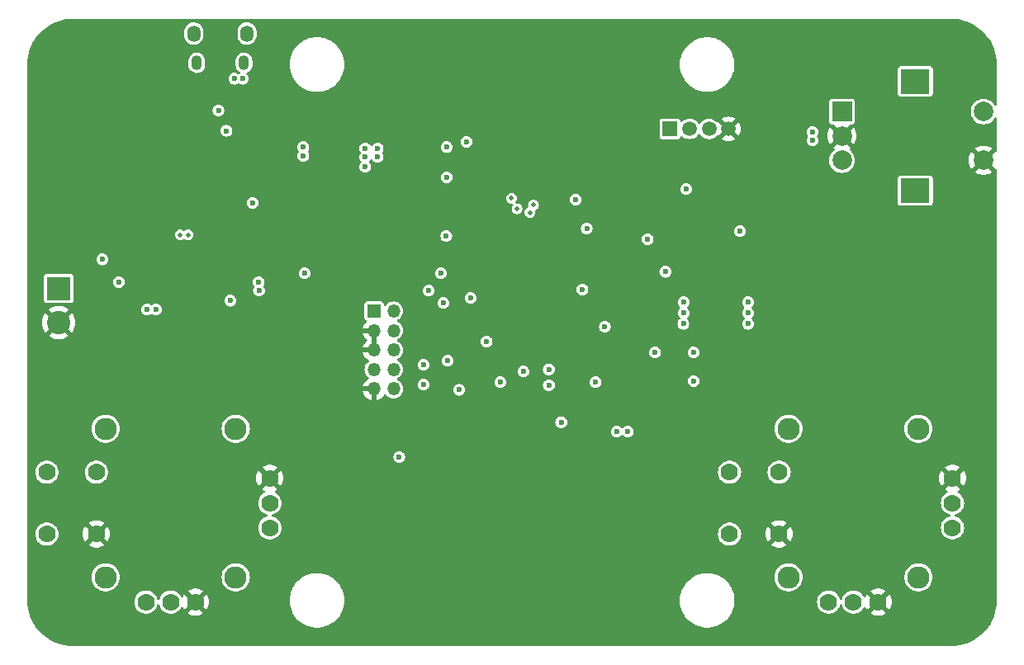
<source format=gbr>
%TF.GenerationSoftware,KiCad,Pcbnew,7.0.1*%
%TF.CreationDate,2023-10-06T11:12:28+02:00*%
%TF.ProjectId,Controller_board,436f6e74-726f-46c6-9c65-725f626f6172,rev?*%
%TF.SameCoordinates,Original*%
%TF.FileFunction,Copper,L2,Inr*%
%TF.FilePolarity,Positive*%
%FSLAX46Y46*%
G04 Gerber Fmt 4.6, Leading zero omitted, Abs format (unit mm)*
G04 Created by KiCad (PCBNEW 7.0.1) date 2023-10-06 11:12:28*
%MOMM*%
%LPD*%
G01*
G04 APERTURE LIST*
%TA.AperFunction,ComponentPad*%
%ADD10R,2.000000X2.000000*%
%TD*%
%TA.AperFunction,ComponentPad*%
%ADD11C,2.000000*%
%TD*%
%TA.AperFunction,ComponentPad*%
%ADD12R,3.000000X2.500000*%
%TD*%
%TA.AperFunction,ComponentPad*%
%ADD13O,1.350000X1.700000*%
%TD*%
%TA.AperFunction,ComponentPad*%
%ADD14O,1.100000X1.500000*%
%TD*%
%TA.AperFunction,ComponentPad*%
%ADD15C,1.778000*%
%TD*%
%TA.AperFunction,ComponentPad*%
%ADD16C,2.286000*%
%TD*%
%TA.AperFunction,ComponentPad*%
%ADD17R,1.500000X1.500000*%
%TD*%
%TA.AperFunction,ComponentPad*%
%ADD18C,1.500000*%
%TD*%
%TA.AperFunction,ComponentPad*%
%ADD19R,1.350000X1.350000*%
%TD*%
%TA.AperFunction,ComponentPad*%
%ADD20O,1.350000X1.350000*%
%TD*%
%TA.AperFunction,ComponentPad*%
%ADD21R,2.400000X2.400000*%
%TD*%
%TA.AperFunction,ComponentPad*%
%ADD22C,2.400000*%
%TD*%
%TA.AperFunction,ViaPad*%
%ADD23C,0.600000*%
%TD*%
%TA.AperFunction,ViaPad*%
%ADD24C,0.700000*%
%TD*%
%TA.AperFunction,ViaPad*%
%ADD25C,0.500000*%
%TD*%
G04 APERTURE END LIST*
D10*
%TO.N,ENC_A*%
%TO.C,SW2*%
X148833000Y-89829000D03*
D11*
%TO.N,ENC_B*%
X148833000Y-94829000D03*
%TO.N,-BATT*%
X148833000Y-92329000D03*
D12*
%TO.N,N/C*%
X156333000Y-86729000D03*
X156333000Y-97929000D03*
D11*
%TO.N,ENC_BUTTON*%
X163333000Y-89829000D03*
%TO.N,-BATT*%
X163333000Y-94829000D03*
%TD*%
D13*
%TO.N,unconnected-(J1-Shield-Pad6)*%
%TO.C,J1*%
X87827000Y-81829400D03*
D14*
X87517000Y-84829400D03*
X82677000Y-84829400D03*
D13*
X82367000Y-81829400D03*
%TD*%
D15*
%TO.N,JOY2_BUTTON*%
%TO.C,U9*%
X137300000Y-133175000D03*
%TO.N,N/C*%
X137300000Y-126825000D03*
%TO.N,-BATT*%
X142380000Y-133175000D03*
%TO.N,N/C*%
X142380000Y-126825000D03*
%TO.N,+3.3V*%
X160160000Y-132540000D03*
%TO.N,JOY2_ADC_X*%
X160160000Y-130000000D03*
%TO.N,-BATT*%
X160160000Y-127460000D03*
D16*
%TO.N,unconnected-(U9-SHIELD-PadS1)*%
X143332500Y-137620000D03*
%TO.N,unconnected-(U9-SHIELD-PadS2)*%
X156667500Y-137620000D03*
%TO.N,unconnected-(U9-SHIELD-PadS3)*%
X156667500Y-122380000D03*
%TO.N,unconnected-(U9-SHIELD-PadS4)*%
X143332500Y-122380000D03*
D15*
%TO.N,+3.3V*%
X147460000Y-140160000D03*
%TO.N,JOY2_ADC_Y*%
X150000000Y-140160000D03*
%TO.N,-BATT*%
X152540000Y-140160000D03*
%TD*%
D17*
%TO.N,OLED_SDA*%
%TO.C,J2*%
X131191000Y-91610000D03*
D18*
%TO.N,OLED_SCL*%
X133191000Y-91610000D03*
%TO.N,+3.3V*%
X135191000Y-91610000D03*
%TO.N,-BATT*%
X137191000Y-91610000D03*
%TD*%
D19*
%TO.N,+3.3V*%
%TO.C,J3*%
X100854000Y-110300000D03*
D20*
%TO.N,SWDIO*%
X102854000Y-110300000D03*
%TO.N,-BATT*%
X100854000Y-112300000D03*
%TO.N,SWCLK*%
X102854000Y-112300000D03*
%TO.N,-BATT*%
X100854000Y-114300000D03*
%TO.N,SWO*%
X102854000Y-114300000D03*
%TO.N,unconnected-(J3-Pin_7-Pad7)*%
X100854000Y-116300000D03*
%TO.N,unconnected-(J3-Pin_8-Pad8)*%
X102854000Y-116300000D03*
%TO.N,-BATT*%
X100854000Y-118300000D03*
%TO.N,NRST*%
X102854000Y-118300000D03*
%TD*%
D15*
%TO.N,JOY1_BUTTON*%
%TO.C,U8*%
X67300000Y-133175000D03*
%TO.N,N/C*%
X67300000Y-126825000D03*
%TO.N,-BATT*%
X72380000Y-133175000D03*
%TO.N,N/C*%
X72380000Y-126825000D03*
%TO.N,+3.3V*%
X90160000Y-132540000D03*
%TO.N,JOY1_ADC_X*%
X90160000Y-130000000D03*
%TO.N,-BATT*%
X90160000Y-127460000D03*
D16*
%TO.N,unconnected-(U8-SHIELD-PadS1)*%
X73332500Y-137620000D03*
%TO.N,unconnected-(U8-SHIELD-PadS2)*%
X86667500Y-137620000D03*
%TO.N,unconnected-(U8-SHIELD-PadS3)*%
X86667500Y-122380000D03*
%TO.N,unconnected-(U8-SHIELD-PadS4)*%
X73332500Y-122380000D03*
D15*
%TO.N,+3.3V*%
X77460000Y-140160000D03*
%TO.N,JOY1_ADC_Y*%
X80000000Y-140160000D03*
%TO.N,-BATT*%
X82540000Y-140160000D03*
%TD*%
D21*
%TO.N,+BATT*%
%TO.C,BT1*%
X68518000Y-107978000D03*
D22*
%TO.N,-BATT*%
X68518000Y-111478000D03*
%TD*%
D23*
%TO.N,-BATT*%
X107950000Y-119761000D03*
X115062000Y-113030000D03*
X84328000Y-115364500D03*
D24*
X125526800Y-83185000D03*
D23*
X121285000Y-80772000D03*
X83312000Y-93980000D03*
X103124000Y-93599000D03*
X132080000Y-119761000D03*
X94488000Y-109855000D03*
X133477000Y-121285000D03*
X83312000Y-99060000D03*
X112928400Y-92151200D03*
X121285000Y-82677000D03*
X80772000Y-99060000D03*
X73609200Y-105918000D03*
D24*
X104571800Y-87909400D03*
D23*
X108284000Y-92567000D03*
X108458000Y-125282200D03*
X113748200Y-120370600D03*
X108673600Y-118377609D03*
X127635000Y-118618000D03*
X88392000Y-93980000D03*
X136550400Y-101549200D03*
D24*
X104571800Y-85547200D03*
D23*
X111760000Y-117348000D03*
X116941600Y-121704400D03*
D24*
X106934000Y-90297000D03*
D23*
X122656600Y-105359200D03*
X76174600Y-96342200D03*
X76149200Y-83896200D03*
X108712000Y-80772000D03*
X70993000Y-96342200D03*
X112318800Y-86461600D03*
X92456000Y-98171000D03*
X93599000Y-98171000D03*
D24*
X104571800Y-83185000D03*
D23*
X116057649Y-87472360D03*
X108280200Y-97434400D03*
X85852000Y-96520000D03*
X90932000Y-93980000D03*
X119634000Y-100203000D03*
X113157000Y-98552000D03*
X138938000Y-107696000D03*
X80772000Y-96520000D03*
X132680200Y-108077000D03*
X104267000Y-94488000D03*
X117044639Y-87482536D03*
X133477000Y-120015000D03*
X111252000Y-101498400D03*
X118770400Y-121704400D03*
X83312000Y-96520000D03*
X92456000Y-100838000D03*
X124712259Y-117615721D03*
D24*
X125526800Y-80822800D03*
D23*
X124219868Y-101831556D03*
X122174000Y-112979200D03*
X135128000Y-112293400D03*
D24*
X125526800Y-90297000D03*
X104571800Y-80822800D03*
X125526800Y-85547200D03*
D23*
X80772000Y-93980000D03*
X96012000Y-96520000D03*
D24*
X104571800Y-90297000D03*
D23*
X93599000Y-100838000D03*
X85852000Y-93980000D03*
X83312000Y-104140000D03*
X103124000Y-94488000D03*
X71145400Y-83896200D03*
X139192000Y-112776000D03*
D24*
X111658400Y-90297000D03*
X109296200Y-90297000D03*
X123164600Y-90297000D03*
D23*
X125730000Y-118618000D03*
X112293400Y-97002600D03*
X85965800Y-89712800D03*
X136480896Y-103792531D03*
X124650000Y-92215200D03*
X121285000Y-84582000D03*
X83705200Y-86461600D03*
X104267000Y-95504000D03*
X108712000Y-82677000D03*
X107467400Y-115392200D03*
X95504000Y-109855000D03*
X140081000Y-108204000D03*
X134924800Y-103987600D03*
X109702600Y-120306600D03*
X108712000Y-84582000D03*
X82790800Y-86461600D03*
X116433600Y-113030000D03*
X131191000Y-111633000D03*
D24*
X120802400Y-90297000D03*
D23*
X110363000Y-94742000D03*
X121957600Y-97701600D03*
D24*
X120370600Y-96139000D03*
X118440200Y-90297000D03*
X125526800Y-87909400D03*
D23*
X80772000Y-104140000D03*
X104267000Y-93599000D03*
%TO.N,+3.3V*%
X125730000Y-122682000D03*
X110316000Y-92922600D03*
X101219000Y-93599000D03*
X123571000Y-117602000D03*
X124510800Y-111912400D03*
X120040400Y-121704400D03*
X138379200Y-102108000D03*
X108280200Y-96570800D03*
X121513600Y-98856800D03*
X108254800Y-102616000D03*
X99949000Y-93599000D03*
X145796000Y-92786200D03*
X108284000Y-93481400D03*
X99949000Y-95504000D03*
X129667000Y-114554000D03*
X126873000Y-122682000D03*
X101219000Y-94488000D03*
X145796000Y-91922600D03*
X109593159Y-118383631D03*
X128905000Y-102920800D03*
X122660372Y-101823798D03*
X99949000Y-94488000D03*
X132842000Y-97790000D03*
X130708400Y-106273600D03*
X103428800Y-125282200D03*
X108407200Y-115392200D03*
%TO.N,V_USB*%
X93599000Y-93472000D03*
X93599000Y-94361000D03*
X86524600Y-86461600D03*
X84899000Y-89712800D03*
X85725000Y-91806500D03*
X87388200Y-86461600D03*
D25*
%TO.N,+BATT*%
X80975200Y-102489000D03*
D23*
X72989255Y-105003451D03*
D25*
X81788000Y-102489000D03*
D23*
X77597000Y-110157500D03*
X78486000Y-110157500D03*
%TO.N,BATTERY_ADC*%
X110744000Y-108966000D03*
X89027000Y-107329500D03*
%TO.N,BOOT0*%
X105918000Y-117856000D03*
X105918000Y-115824000D03*
%TO.N,ENC_A*%
X139192000Y-110490000D03*
X132588000Y-110490000D03*
%TO.N,ENC_B*%
X139192000Y-109397800D03*
X132588000Y-109397800D03*
%TO.N,BUTTON_UP*%
X107696000Y-106426000D03*
X93726000Y-106426000D03*
%TO.N,ENC_BUTTON*%
X132562600Y-111607600D03*
X139192000Y-111607600D03*
%TO.N,MPU-6050_IRQ*%
X122216500Y-108077000D03*
X112395000Y-113425500D03*
%TO.N,JOY1_ADC_X*%
X116156266Y-116507734D03*
X113792000Y-117602000D03*
%TO.N,JOY2_ADC_Y*%
X118770400Y-117906800D03*
X118770400Y-116281200D03*
D25*
%TO.N,NRF_SCK*%
X114935000Y-98729800D03*
X117195600Y-99415600D03*
%TO.N,NRF_MISO*%
X116840000Y-100203000D03*
%TO.N,NRF_MOSI*%
X115510000Y-99812800D03*
D23*
%TO.N,I2C_SCL*%
X133604000Y-114554000D03*
X133604000Y-117475000D03*
%TO.N,Power_Btn*%
X89052400Y-108204000D03*
X106465900Y-108204000D03*
%TO.N,EN*%
X88392000Y-99187000D03*
X74676000Y-107315000D03*
%TO.N,KEEP_ALIVE*%
X86106000Y-109234500D03*
X107950000Y-109474000D03*
%TD*%
%TA.AperFunction,Conductor*%
%TO.N,-BATT*%
G36*
X160002702Y-80300617D02*
G01*
X160404202Y-80318147D01*
X160414937Y-80319087D01*
X160810693Y-80371189D01*
X160821331Y-80373064D01*
X161211043Y-80459462D01*
X161221483Y-80462260D01*
X161602168Y-80582289D01*
X161612315Y-80585982D01*
X161981102Y-80738739D01*
X161990893Y-80743305D01*
X162344942Y-80927611D01*
X162354309Y-80933018D01*
X162371102Y-80943717D01*
X162690959Y-81147488D01*
X162699820Y-81153693D01*
X163016487Y-81396680D01*
X163024774Y-81403634D01*
X163319056Y-81673294D01*
X163326705Y-81680943D01*
X163596365Y-81975225D01*
X163603319Y-81983512D01*
X163846306Y-82300179D01*
X163852511Y-82309040D01*
X164066980Y-82645689D01*
X164072388Y-82655057D01*
X164256691Y-83009099D01*
X164261263Y-83018903D01*
X164414013Y-83387674D01*
X164417713Y-83397840D01*
X164537738Y-83778512D01*
X164540538Y-83788960D01*
X164626933Y-84178660D01*
X164628811Y-84189314D01*
X164680910Y-84585042D01*
X164681853Y-84595818D01*
X164699382Y-84997297D01*
X164699500Y-85002706D01*
X164699500Y-89122896D01*
X164681789Y-89186760D01*
X164633715Y-89232381D01*
X164569012Y-89246726D01*
X164506162Y-89225698D01*
X164470879Y-89184389D01*
X164469790Y-89185152D01*
X164333046Y-88989859D01*
X164172140Y-88828953D01*
X163985735Y-88698432D01*
X163779497Y-88602261D01*
X163559689Y-88543364D01*
X163332999Y-88523531D01*
X163106310Y-88543364D01*
X162886502Y-88602261D01*
X162680264Y-88698432D01*
X162493859Y-88828953D01*
X162332953Y-88989859D01*
X162202432Y-89176264D01*
X162106261Y-89382502D01*
X162047364Y-89602310D01*
X162027531Y-89829000D01*
X162047364Y-90055689D01*
X162106261Y-90275497D01*
X162202432Y-90481735D01*
X162332953Y-90668140D01*
X162493859Y-90829046D01*
X162680264Y-90959567D01*
X162680265Y-90959567D01*
X162680266Y-90959568D01*
X162886504Y-91055739D01*
X163106308Y-91114635D01*
X163333000Y-91134468D01*
X163559692Y-91114635D01*
X163779496Y-91055739D01*
X163985734Y-90959568D01*
X164172139Y-90829047D01*
X164333047Y-90668139D01*
X164463568Y-90481734D01*
X164463568Y-90481733D01*
X164469790Y-90472848D01*
X164470879Y-90473610D01*
X164506162Y-90432302D01*
X164569012Y-90411274D01*
X164633715Y-90425619D01*
X164681789Y-90471240D01*
X164699500Y-90535104D01*
X164699500Y-93836429D01*
X164680688Y-93902091D01*
X164629961Y-93947829D01*
X164562709Y-93959767D01*
X164556434Y-93959116D01*
X163686553Y-94829000D01*
X163686553Y-94829001D01*
X164556434Y-95698882D01*
X164562709Y-95698232D01*
X164629961Y-95710170D01*
X164680688Y-95755908D01*
X164699500Y-95821570D01*
X164699500Y-139997294D01*
X164699382Y-140002703D01*
X164681853Y-140404181D01*
X164680910Y-140414957D01*
X164628811Y-140810685D01*
X164626933Y-140821339D01*
X164540538Y-141211039D01*
X164537738Y-141221487D01*
X164417713Y-141602159D01*
X164414013Y-141612325D01*
X164261263Y-141981096D01*
X164256691Y-141990900D01*
X164072388Y-142344942D01*
X164066980Y-142354310D01*
X163852511Y-142690959D01*
X163846306Y-142699820D01*
X163603319Y-143016487D01*
X163596365Y-143024774D01*
X163326705Y-143319056D01*
X163319056Y-143326705D01*
X163024774Y-143596365D01*
X163016487Y-143603319D01*
X162699820Y-143846306D01*
X162690959Y-143852511D01*
X162354310Y-144066980D01*
X162344942Y-144072388D01*
X161990900Y-144256691D01*
X161981096Y-144261263D01*
X161612325Y-144414013D01*
X161602159Y-144417713D01*
X161221487Y-144537738D01*
X161211039Y-144540538D01*
X160821339Y-144626933D01*
X160810685Y-144628811D01*
X160414957Y-144680910D01*
X160404181Y-144681853D01*
X160002703Y-144699382D01*
X159997294Y-144699500D01*
X70002706Y-144699500D01*
X69997297Y-144699382D01*
X69595818Y-144681853D01*
X69585042Y-144680910D01*
X69189314Y-144628811D01*
X69178660Y-144626933D01*
X68788960Y-144540538D01*
X68778512Y-144537738D01*
X68397840Y-144417713D01*
X68387674Y-144414013D01*
X68018903Y-144261263D01*
X68009099Y-144256691D01*
X67655057Y-144072388D01*
X67645689Y-144066980D01*
X67309040Y-143852511D01*
X67300179Y-143846306D01*
X66983512Y-143603319D01*
X66975225Y-143596365D01*
X66680943Y-143326705D01*
X66673294Y-143319056D01*
X66403634Y-143024774D01*
X66396680Y-143016487D01*
X66153693Y-142699820D01*
X66147488Y-142690959D01*
X65933019Y-142354310D01*
X65927611Y-142344942D01*
X65812884Y-142124554D01*
X65743305Y-141990893D01*
X65738736Y-141981096D01*
X65585982Y-141612315D01*
X65582286Y-141602159D01*
X65567505Y-141555281D01*
X65462260Y-141221483D01*
X65459461Y-141211039D01*
X65373064Y-140821331D01*
X65371188Y-140810685D01*
X65368317Y-140788874D01*
X65319087Y-140414937D01*
X65318147Y-140404202D01*
X65307485Y-140160000D01*
X76265404Y-140160000D01*
X76285744Y-140379507D01*
X76346070Y-140591536D01*
X76378266Y-140656193D01*
X76444334Y-140788874D01*
X76484236Y-140841712D01*
X76577183Y-140964795D01*
X76740094Y-141113308D01*
X76927524Y-141229359D01*
X77113916Y-141301567D01*
X77133083Y-141308993D01*
X77349777Y-141349500D01*
X77570221Y-141349500D01*
X77570223Y-141349500D01*
X77786917Y-141308993D01*
X77923956Y-141255903D01*
X77992475Y-141229359D01*
X78179905Y-141113308D01*
X78342816Y-140964795D01*
X78354226Y-140949686D01*
X78475666Y-140788874D01*
X78573928Y-140591538D01*
X78580264Y-140569272D01*
X78610734Y-140462179D01*
X78643133Y-140407625D01*
X78698275Y-140376240D01*
X78761725Y-140376240D01*
X78816867Y-140407625D01*
X78849266Y-140462179D01*
X78886070Y-140591536D01*
X78918266Y-140656193D01*
X78984334Y-140788874D01*
X79024236Y-140841712D01*
X79117183Y-140964795D01*
X79280094Y-141113308D01*
X79467524Y-141229359D01*
X79653916Y-141301567D01*
X79673083Y-141308993D01*
X79889777Y-141349500D01*
X80110221Y-141349500D01*
X80110223Y-141349500D01*
X80326917Y-141308993D01*
X80338484Y-141304512D01*
X81749038Y-141304512D01*
X81777685Y-141326808D01*
X81980137Y-141436369D01*
X82197848Y-141511110D01*
X82424905Y-141549000D01*
X82655095Y-141549000D01*
X82882151Y-141511110D01*
X83099862Y-141436369D01*
X83302315Y-141326807D01*
X83330959Y-141304512D01*
X82540000Y-140513553D01*
X81749038Y-141304512D01*
X80338484Y-141304512D01*
X80463956Y-141255903D01*
X80532475Y-141229359D01*
X80719905Y-141113308D01*
X80882816Y-140964795D01*
X80894226Y-140949686D01*
X81015666Y-140788874D01*
X81048242Y-140723451D01*
X81095251Y-140672510D01*
X81162257Y-140654760D01*
X81228321Y-140675747D01*
X81272798Y-140728913D01*
X81314223Y-140823353D01*
X81396760Y-140949685D01*
X82186447Y-140160001D01*
X82186447Y-140160000D01*
X82893553Y-140160000D01*
X83683238Y-140949686D01*
X83765773Y-140823357D01*
X83858241Y-140612554D01*
X83914751Y-140389400D01*
X83933760Y-140160000D01*
X83920502Y-140000000D01*
X92194753Y-140000000D01*
X92213722Y-140325669D01*
X92270368Y-140646928D01*
X92270370Y-140646934D01*
X92363931Y-140959451D01*
X92430299Y-141113308D01*
X92493142Y-141258994D01*
X92656250Y-141541507D01*
X92701404Y-141602159D01*
X92851057Y-141803177D01*
X93074923Y-142040462D01*
X93324823Y-142250153D01*
X93597377Y-142429414D01*
X93597383Y-142429417D01*
X93888896Y-142575821D01*
X93888899Y-142575822D01*
X94195446Y-142687396D01*
X94512874Y-142762628D01*
X94836889Y-142800500D01*
X95163107Y-142800500D01*
X95163111Y-142800500D01*
X95487126Y-142762628D01*
X95804554Y-142687396D01*
X96111101Y-142575822D01*
X96402623Y-142429414D01*
X96675177Y-142250153D01*
X96925077Y-142040462D01*
X97148943Y-141803177D01*
X97343749Y-141541508D01*
X97506859Y-141258992D01*
X97636069Y-140959451D01*
X97729630Y-140646934D01*
X97786278Y-140325669D01*
X97805246Y-140000000D01*
X132194753Y-140000000D01*
X132213722Y-140325669D01*
X132270368Y-140646928D01*
X132270370Y-140646934D01*
X132363931Y-140959451D01*
X132430299Y-141113308D01*
X132493142Y-141258994D01*
X132656250Y-141541507D01*
X132701404Y-141602159D01*
X132851057Y-141803177D01*
X133074923Y-142040462D01*
X133324823Y-142250153D01*
X133597377Y-142429414D01*
X133597383Y-142429417D01*
X133888896Y-142575821D01*
X133888899Y-142575822D01*
X134195446Y-142687396D01*
X134512874Y-142762628D01*
X134836889Y-142800500D01*
X135163107Y-142800500D01*
X135163111Y-142800500D01*
X135487126Y-142762628D01*
X135804554Y-142687396D01*
X136111101Y-142575822D01*
X136402623Y-142429414D01*
X136675177Y-142250153D01*
X136925077Y-142040462D01*
X137148943Y-141803177D01*
X137343749Y-141541508D01*
X137506859Y-141258992D01*
X137636069Y-140959451D01*
X137729630Y-140646934D01*
X137786278Y-140325669D01*
X137795927Y-140160000D01*
X146265404Y-140160000D01*
X146285744Y-140379507D01*
X146346070Y-140591536D01*
X146378266Y-140656193D01*
X146444334Y-140788874D01*
X146484236Y-140841712D01*
X146577183Y-140964795D01*
X146740094Y-141113308D01*
X146927524Y-141229359D01*
X147113916Y-141301567D01*
X147133083Y-141308993D01*
X147349777Y-141349500D01*
X147570221Y-141349500D01*
X147570223Y-141349500D01*
X147786917Y-141308993D01*
X147923956Y-141255903D01*
X147992475Y-141229359D01*
X148179905Y-141113308D01*
X148342816Y-140964795D01*
X148354226Y-140949686D01*
X148475666Y-140788874D01*
X148573928Y-140591538D01*
X148580264Y-140569272D01*
X148610734Y-140462179D01*
X148643133Y-140407625D01*
X148698275Y-140376240D01*
X148761725Y-140376240D01*
X148816867Y-140407625D01*
X148849266Y-140462179D01*
X148886070Y-140591536D01*
X148918266Y-140656193D01*
X148984334Y-140788874D01*
X149024236Y-140841712D01*
X149117183Y-140964795D01*
X149280094Y-141113308D01*
X149467524Y-141229359D01*
X149653916Y-141301567D01*
X149673083Y-141308993D01*
X149889777Y-141349500D01*
X150110221Y-141349500D01*
X150110223Y-141349500D01*
X150326917Y-141308993D01*
X150338484Y-141304512D01*
X151749038Y-141304512D01*
X151777685Y-141326808D01*
X151980137Y-141436369D01*
X152197848Y-141511110D01*
X152424905Y-141549000D01*
X152655095Y-141549000D01*
X152882151Y-141511110D01*
X153099862Y-141436369D01*
X153302315Y-141326807D01*
X153330959Y-141304512D01*
X152540000Y-140513553D01*
X151749038Y-141304512D01*
X150338484Y-141304512D01*
X150463956Y-141255903D01*
X150532475Y-141229359D01*
X150719905Y-141113308D01*
X150882816Y-140964795D01*
X150894226Y-140949686D01*
X151015666Y-140788874D01*
X151048242Y-140723451D01*
X151095251Y-140672510D01*
X151162257Y-140654760D01*
X151228321Y-140675747D01*
X151272798Y-140728913D01*
X151314223Y-140823353D01*
X151396760Y-140949685D01*
X152186446Y-140160001D01*
X152893553Y-140160001D01*
X153683238Y-140949686D01*
X153765773Y-140823357D01*
X153858241Y-140612554D01*
X153914751Y-140389400D01*
X153933760Y-140159999D01*
X153914751Y-139930599D01*
X153858241Y-139707445D01*
X153765774Y-139496643D01*
X153683238Y-139370312D01*
X152893553Y-140160000D01*
X152893553Y-140160001D01*
X152186446Y-140160001D01*
X152186447Y-140160000D01*
X151396760Y-139370313D01*
X151314225Y-139496642D01*
X151272798Y-139591087D01*
X151228320Y-139644253D01*
X151162257Y-139665239D01*
X151095251Y-139647489D01*
X151048242Y-139596548D01*
X151045523Y-139591087D01*
X151015666Y-139531126D01*
X150927704Y-139414647D01*
X150882816Y-139355204D01*
X150719905Y-139206691D01*
X150532475Y-139090640D01*
X150338480Y-139015486D01*
X151749039Y-139015486D01*
X152540000Y-139806447D01*
X152540001Y-139806447D01*
X153330959Y-139015487D01*
X153330959Y-139015485D01*
X153302317Y-138993193D01*
X153099862Y-138883630D01*
X152882151Y-138808889D01*
X152655095Y-138771000D01*
X152424905Y-138771000D01*
X152197848Y-138808889D01*
X151980134Y-138883631D01*
X151777682Y-138993192D01*
X151749039Y-139015484D01*
X151749039Y-139015486D01*
X150338480Y-139015486D01*
X150326921Y-139011008D01*
X150326918Y-139011007D01*
X150326917Y-139011007D01*
X150110223Y-138970500D01*
X149889777Y-138970500D01*
X149673083Y-139011007D01*
X149673078Y-139011008D01*
X149467524Y-139090640D01*
X149280094Y-139206691D01*
X149117183Y-139355204D01*
X148984334Y-139531126D01*
X148886070Y-139728464D01*
X148849266Y-139857820D01*
X148816867Y-139912374D01*
X148761725Y-139943759D01*
X148698275Y-139943759D01*
X148643133Y-139912374D01*
X148610734Y-139857820D01*
X148573929Y-139728464D01*
X148546973Y-139674330D01*
X148475666Y-139531126D01*
X148387704Y-139414647D01*
X148342816Y-139355204D01*
X148179905Y-139206691D01*
X147992475Y-139090640D01*
X147786921Y-139011008D01*
X147786918Y-139011007D01*
X147786917Y-139011007D01*
X147570223Y-138970500D01*
X147349777Y-138970500D01*
X147133083Y-139011007D01*
X147133078Y-139011008D01*
X146927524Y-139090640D01*
X146740094Y-139206691D01*
X146577183Y-139355204D01*
X146444334Y-139531126D01*
X146346070Y-139728463D01*
X146285744Y-139940492D01*
X146265404Y-140160000D01*
X137795927Y-140160000D01*
X137805246Y-140000000D01*
X137786278Y-139674331D01*
X137729630Y-139353066D01*
X137636069Y-139040549D01*
X137506859Y-138741008D01*
X137343749Y-138458492D01*
X137148943Y-138196823D01*
X136925077Y-137959538D01*
X136804548Y-137858402D01*
X136675180Y-137749849D01*
X136675177Y-137749847D01*
X136477752Y-137619999D01*
X141884052Y-137619999D01*
X141903807Y-137858402D01*
X141903807Y-137858405D01*
X141903808Y-137858407D01*
X141931542Y-137967927D01*
X141962535Y-138090312D01*
X142058627Y-138309382D01*
X142189473Y-138509656D01*
X142351493Y-138685657D01*
X142422605Y-138741005D01*
X142540275Y-138832591D01*
X142750665Y-138946449D01*
X142820723Y-138970500D01*
X142976923Y-139024124D01*
X142976925Y-139024124D01*
X142976927Y-139024125D01*
X143212888Y-139063500D01*
X143452111Y-139063500D01*
X143452112Y-139063500D01*
X143688073Y-139024125D01*
X143914335Y-138946449D01*
X144124725Y-138832591D01*
X144313506Y-138685657D01*
X144475528Y-138509655D01*
X144606371Y-138309385D01*
X144702466Y-138090310D01*
X144761192Y-137858407D01*
X144780947Y-137620000D01*
X144780947Y-137619999D01*
X155219052Y-137619999D01*
X155238807Y-137858402D01*
X155238807Y-137858405D01*
X155238808Y-137858407D01*
X155266542Y-137967927D01*
X155297535Y-138090312D01*
X155393627Y-138309382D01*
X155524473Y-138509656D01*
X155686493Y-138685657D01*
X155757605Y-138741005D01*
X155875275Y-138832591D01*
X156085665Y-138946449D01*
X156155723Y-138970500D01*
X156311923Y-139024124D01*
X156311925Y-139024124D01*
X156311927Y-139024125D01*
X156547888Y-139063500D01*
X156787111Y-139063500D01*
X156787112Y-139063500D01*
X157023073Y-139024125D01*
X157249335Y-138946449D01*
X157459725Y-138832591D01*
X157648506Y-138685657D01*
X157810528Y-138509655D01*
X157941371Y-138309385D01*
X158037466Y-138090310D01*
X158096192Y-137858407D01*
X158115947Y-137620000D01*
X158096192Y-137381593D01*
X158037466Y-137149690D01*
X157941371Y-136930615D01*
X157810528Y-136730345D01*
X157786681Y-136704440D01*
X157648506Y-136554342D01*
X157459726Y-136407410D01*
X157459725Y-136407409D01*
X157249335Y-136293551D01*
X157249331Y-136293549D01*
X157249330Y-136293549D01*
X157023076Y-136215875D01*
X156846102Y-136186343D01*
X156787112Y-136176500D01*
X156547888Y-136176500D01*
X156500695Y-136184374D01*
X156311923Y-136215875D01*
X156085669Y-136293549D01*
X155875273Y-136407410D01*
X155686493Y-136554342D01*
X155524473Y-136730343D01*
X155393627Y-136930617D01*
X155297535Y-137149687D01*
X155297534Y-137149690D01*
X155256278Y-137312605D01*
X155238807Y-137381597D01*
X155219052Y-137619999D01*
X144780947Y-137619999D01*
X144761192Y-137381593D01*
X144702466Y-137149690D01*
X144606371Y-136930615D01*
X144475528Y-136730345D01*
X144451681Y-136704440D01*
X144313506Y-136554342D01*
X144124726Y-136407410D01*
X144124725Y-136407409D01*
X143914335Y-136293551D01*
X143914331Y-136293549D01*
X143914330Y-136293549D01*
X143688076Y-136215875D01*
X143511102Y-136186343D01*
X143452112Y-136176500D01*
X143212888Y-136176500D01*
X143165695Y-136184374D01*
X142976923Y-136215875D01*
X142750669Y-136293549D01*
X142540273Y-136407410D01*
X142351493Y-136554342D01*
X142189473Y-136730343D01*
X142058627Y-136930617D01*
X141962535Y-137149687D01*
X141962534Y-137149690D01*
X141921278Y-137312605D01*
X141903807Y-137381597D01*
X141884052Y-137619999D01*
X136477752Y-137619999D01*
X136402623Y-137570586D01*
X136402619Y-137570584D01*
X136402616Y-137570582D01*
X136111103Y-137424178D01*
X135804557Y-137312605D01*
X135804556Y-137312604D01*
X135804554Y-137312604D01*
X135630157Y-137271271D01*
X135487127Y-137237372D01*
X135422322Y-137229797D01*
X135163111Y-137199500D01*
X134836889Y-137199500D01*
X134620879Y-137224747D01*
X134512872Y-137237372D01*
X134195442Y-137312605D01*
X133888896Y-137424178D01*
X133597383Y-137570582D01*
X133324819Y-137749849D01*
X133074922Y-137959538D01*
X132851058Y-138196821D01*
X132656250Y-138458492D01*
X132493142Y-138741005D01*
X132463860Y-138808889D01*
X132363931Y-139040549D01*
X132314192Y-139206691D01*
X132270368Y-139353071D01*
X132213722Y-139674330D01*
X132194753Y-140000000D01*
X97805246Y-140000000D01*
X97786278Y-139674331D01*
X97729630Y-139353066D01*
X97636069Y-139040549D01*
X97506859Y-138741008D01*
X97343749Y-138458492D01*
X97148943Y-138196823D01*
X96925077Y-137959538D01*
X96804548Y-137858402D01*
X96675180Y-137749849D01*
X96675177Y-137749847D01*
X96402623Y-137570586D01*
X96402619Y-137570584D01*
X96402616Y-137570582D01*
X96111103Y-137424178D01*
X95804557Y-137312605D01*
X95804556Y-137312604D01*
X95804554Y-137312604D01*
X95630157Y-137271271D01*
X95487127Y-137237372D01*
X95422322Y-137229797D01*
X95163111Y-137199500D01*
X94836889Y-137199500D01*
X94620879Y-137224747D01*
X94512872Y-137237372D01*
X94195442Y-137312605D01*
X93888896Y-137424178D01*
X93597383Y-137570582D01*
X93324819Y-137749849D01*
X93074922Y-137959538D01*
X92851058Y-138196821D01*
X92656250Y-138458492D01*
X92493142Y-138741005D01*
X92463860Y-138808889D01*
X92363931Y-139040549D01*
X92314192Y-139206691D01*
X92270368Y-139353071D01*
X92213722Y-139674330D01*
X92194753Y-140000000D01*
X83920502Y-140000000D01*
X83914751Y-139930599D01*
X83858241Y-139707445D01*
X83765774Y-139496643D01*
X83683238Y-139370312D01*
X82893553Y-140160000D01*
X82186447Y-140160000D01*
X81396760Y-139370313D01*
X81314225Y-139496642D01*
X81272798Y-139591087D01*
X81228320Y-139644253D01*
X81162257Y-139665239D01*
X81095251Y-139647489D01*
X81048242Y-139596548D01*
X81045523Y-139591087D01*
X81015666Y-139531126D01*
X80927704Y-139414647D01*
X80882816Y-139355204D01*
X80719905Y-139206691D01*
X80532475Y-139090640D01*
X80338480Y-139015486D01*
X81749039Y-139015486D01*
X82540000Y-139806447D01*
X82540001Y-139806447D01*
X83330959Y-139015487D01*
X83330959Y-139015485D01*
X83302317Y-138993193D01*
X83099862Y-138883630D01*
X82882151Y-138808889D01*
X82655095Y-138771000D01*
X82424905Y-138771000D01*
X82197848Y-138808889D01*
X81980134Y-138883631D01*
X81777682Y-138993192D01*
X81749039Y-139015484D01*
X81749039Y-139015486D01*
X80338480Y-139015486D01*
X80326921Y-139011008D01*
X80326918Y-139011007D01*
X80326917Y-139011007D01*
X80110223Y-138970500D01*
X79889777Y-138970500D01*
X79673083Y-139011007D01*
X79673078Y-139011008D01*
X79467524Y-139090640D01*
X79280094Y-139206691D01*
X79117183Y-139355204D01*
X78984334Y-139531126D01*
X78886070Y-139728464D01*
X78849266Y-139857820D01*
X78816867Y-139912374D01*
X78761725Y-139943759D01*
X78698275Y-139943759D01*
X78643133Y-139912374D01*
X78610734Y-139857820D01*
X78573929Y-139728464D01*
X78546973Y-139674330D01*
X78475666Y-139531126D01*
X78387704Y-139414647D01*
X78342816Y-139355204D01*
X78179905Y-139206691D01*
X77992475Y-139090640D01*
X77786921Y-139011008D01*
X77786918Y-139011007D01*
X77786917Y-139011007D01*
X77570223Y-138970500D01*
X77349777Y-138970500D01*
X77133083Y-139011007D01*
X77133078Y-139011008D01*
X76927524Y-139090640D01*
X76740094Y-139206691D01*
X76577183Y-139355204D01*
X76444334Y-139531126D01*
X76346070Y-139728463D01*
X76285744Y-139940492D01*
X76265404Y-140160000D01*
X65307485Y-140160000D01*
X65300617Y-140002702D01*
X65300500Y-139997294D01*
X65300500Y-137619999D01*
X71884052Y-137619999D01*
X71903807Y-137858402D01*
X71903807Y-137858405D01*
X71903808Y-137858407D01*
X71931542Y-137967927D01*
X71962535Y-138090312D01*
X72058627Y-138309382D01*
X72189473Y-138509656D01*
X72351493Y-138685657D01*
X72422605Y-138741005D01*
X72540275Y-138832591D01*
X72750665Y-138946449D01*
X72820723Y-138970500D01*
X72976923Y-139024124D01*
X72976925Y-139024124D01*
X72976927Y-139024125D01*
X73212888Y-139063500D01*
X73452111Y-139063500D01*
X73452112Y-139063500D01*
X73688073Y-139024125D01*
X73914335Y-138946449D01*
X74124725Y-138832591D01*
X74313506Y-138685657D01*
X74475528Y-138509655D01*
X74606371Y-138309385D01*
X74702466Y-138090310D01*
X74761192Y-137858407D01*
X74780947Y-137620000D01*
X74780947Y-137619999D01*
X85219052Y-137619999D01*
X85238807Y-137858402D01*
X85238807Y-137858405D01*
X85238808Y-137858407D01*
X85266542Y-137967927D01*
X85297535Y-138090312D01*
X85393627Y-138309382D01*
X85524473Y-138509656D01*
X85686493Y-138685657D01*
X85757605Y-138741005D01*
X85875275Y-138832591D01*
X86085665Y-138946449D01*
X86155723Y-138970500D01*
X86311923Y-139024124D01*
X86311925Y-139024124D01*
X86311927Y-139024125D01*
X86547888Y-139063500D01*
X86787111Y-139063500D01*
X86787112Y-139063500D01*
X87023073Y-139024125D01*
X87249335Y-138946449D01*
X87459725Y-138832591D01*
X87648506Y-138685657D01*
X87810528Y-138509655D01*
X87941371Y-138309385D01*
X88037466Y-138090310D01*
X88096192Y-137858407D01*
X88115947Y-137620000D01*
X88096192Y-137381593D01*
X88037466Y-137149690D01*
X87941371Y-136930615D01*
X87810528Y-136730345D01*
X87786681Y-136704440D01*
X87648506Y-136554342D01*
X87459726Y-136407410D01*
X87459725Y-136407409D01*
X87249335Y-136293551D01*
X87249331Y-136293549D01*
X87249330Y-136293549D01*
X87023076Y-136215875D01*
X86846102Y-136186343D01*
X86787112Y-136176500D01*
X86547888Y-136176500D01*
X86500695Y-136184374D01*
X86311923Y-136215875D01*
X86085669Y-136293549D01*
X85875273Y-136407410D01*
X85686493Y-136554342D01*
X85524473Y-136730343D01*
X85393627Y-136930617D01*
X85297535Y-137149687D01*
X85297534Y-137149690D01*
X85256278Y-137312605D01*
X85238807Y-137381597D01*
X85219052Y-137619999D01*
X74780947Y-137619999D01*
X74761192Y-137381593D01*
X74702466Y-137149690D01*
X74606371Y-136930615D01*
X74475528Y-136730345D01*
X74451681Y-136704440D01*
X74313506Y-136554342D01*
X74124726Y-136407410D01*
X74124725Y-136407409D01*
X73914335Y-136293551D01*
X73914331Y-136293549D01*
X73914330Y-136293549D01*
X73688076Y-136215875D01*
X73511102Y-136186343D01*
X73452112Y-136176500D01*
X73212888Y-136176500D01*
X73165695Y-136184374D01*
X72976923Y-136215875D01*
X72750669Y-136293549D01*
X72540273Y-136407410D01*
X72351493Y-136554342D01*
X72189473Y-136730343D01*
X72058627Y-136930617D01*
X71962535Y-137149687D01*
X71962534Y-137149690D01*
X71921278Y-137312605D01*
X71903807Y-137381597D01*
X71884052Y-137619999D01*
X65300500Y-137619999D01*
X65300500Y-133174999D01*
X66105404Y-133174999D01*
X66125744Y-133394507D01*
X66186070Y-133606536D01*
X66247300Y-133729500D01*
X66284334Y-133803874D01*
X66350758Y-133891834D01*
X66417183Y-133979795D01*
X66580094Y-134128308D01*
X66767524Y-134244359D01*
X66953916Y-134316567D01*
X66973083Y-134323993D01*
X67189777Y-134364500D01*
X67410221Y-134364500D01*
X67410223Y-134364500D01*
X67626917Y-134323993D01*
X67638484Y-134319512D01*
X71589038Y-134319512D01*
X71617685Y-134341808D01*
X71820137Y-134451369D01*
X72037848Y-134526110D01*
X72264905Y-134564000D01*
X72495095Y-134564000D01*
X72722151Y-134526110D01*
X72939862Y-134451369D01*
X73142315Y-134341807D01*
X73170959Y-134319512D01*
X72380000Y-133528553D01*
X71589038Y-134319512D01*
X67638484Y-134319512D01*
X67763956Y-134270903D01*
X67832475Y-134244359D01*
X68019905Y-134128308D01*
X68182816Y-133979795D01*
X68194226Y-133964686D01*
X68315666Y-133803874D01*
X68413928Y-133606538D01*
X68474256Y-133394506D01*
X68494596Y-133175000D01*
X68494596Y-133174999D01*
X70986239Y-133174999D01*
X71005248Y-133404400D01*
X71061759Y-133627554D01*
X71154223Y-133838353D01*
X71236760Y-133964685D01*
X72026447Y-133175001D01*
X72026447Y-133175000D01*
X72733553Y-133175000D01*
X73523238Y-133964686D01*
X73605773Y-133838357D01*
X73698241Y-133627554D01*
X73754751Y-133404400D01*
X73773760Y-133175000D01*
X73754751Y-132945599D01*
X73698241Y-132722445D01*
X73618213Y-132540000D01*
X88965404Y-132540000D01*
X88985744Y-132759507D01*
X89046070Y-132971536D01*
X89111758Y-133103454D01*
X89144334Y-133168874D01*
X89210758Y-133256834D01*
X89277183Y-133344795D01*
X89440094Y-133493308D01*
X89627524Y-133609359D01*
X89813916Y-133681567D01*
X89833083Y-133688993D01*
X90049777Y-133729500D01*
X90270221Y-133729500D01*
X90270223Y-133729500D01*
X90486917Y-133688993D01*
X90645508Y-133627554D01*
X90692475Y-133609359D01*
X90697035Y-133606536D01*
X90879905Y-133493308D01*
X90977432Y-133404400D01*
X91042816Y-133344795D01*
X91042817Y-133344794D01*
X91171041Y-133174999D01*
X136105404Y-133174999D01*
X136125744Y-133394507D01*
X136186070Y-133606536D01*
X136247300Y-133729500D01*
X136284334Y-133803874D01*
X136350758Y-133891834D01*
X136417183Y-133979795D01*
X136580094Y-134128308D01*
X136767524Y-134244359D01*
X136953916Y-134316567D01*
X136973083Y-134323993D01*
X137189777Y-134364500D01*
X137410221Y-134364500D01*
X137410223Y-134364500D01*
X137626917Y-134323993D01*
X137638484Y-134319512D01*
X141589038Y-134319512D01*
X141617685Y-134341808D01*
X141820137Y-134451369D01*
X142037848Y-134526110D01*
X142264905Y-134564000D01*
X142495095Y-134564000D01*
X142722151Y-134526110D01*
X142939862Y-134451369D01*
X143142315Y-134341807D01*
X143170959Y-134319512D01*
X142380000Y-133528553D01*
X141589038Y-134319512D01*
X137638484Y-134319512D01*
X137763956Y-134270903D01*
X137832475Y-134244359D01*
X138019905Y-134128308D01*
X138182816Y-133979795D01*
X138194226Y-133964686D01*
X138315666Y-133803874D01*
X138413928Y-133606538D01*
X138474256Y-133394506D01*
X138494596Y-133175000D01*
X138494596Y-133174999D01*
X140986239Y-133174999D01*
X141005248Y-133404400D01*
X141061759Y-133627554D01*
X141154223Y-133838353D01*
X141236760Y-133964685D01*
X142026447Y-133175001D01*
X142733553Y-133175001D01*
X143523238Y-133964686D01*
X143605773Y-133838357D01*
X143698241Y-133627554D01*
X143754751Y-133404400D01*
X143773760Y-133174999D01*
X143754751Y-132945599D01*
X143698241Y-132722445D01*
X143618213Y-132540000D01*
X158965404Y-132540000D01*
X158985744Y-132759507D01*
X159046070Y-132971536D01*
X159111758Y-133103454D01*
X159144334Y-133168874D01*
X159210758Y-133256834D01*
X159277183Y-133344795D01*
X159440094Y-133493308D01*
X159627524Y-133609359D01*
X159813916Y-133681567D01*
X159833083Y-133688993D01*
X160049777Y-133729500D01*
X160270221Y-133729500D01*
X160270223Y-133729500D01*
X160486917Y-133688993D01*
X160645508Y-133627554D01*
X160692475Y-133609359D01*
X160697035Y-133606536D01*
X160879905Y-133493308D01*
X160977432Y-133404400D01*
X161042816Y-133344795D01*
X161042817Y-133344794D01*
X161175666Y-133168874D01*
X161273928Y-132971538D01*
X161278494Y-132955492D01*
X161316632Y-132821447D01*
X161334256Y-132759506D01*
X161354596Y-132540000D01*
X161334256Y-132320494D01*
X161306144Y-132221691D01*
X161273929Y-132108463D01*
X161212700Y-131985500D01*
X161175666Y-131911126D01*
X161081175Y-131786000D01*
X161042816Y-131735204D01*
X160879905Y-131586691D01*
X160692475Y-131470640D01*
X160476203Y-131386856D01*
X160477063Y-131384634D01*
X160430879Y-131361637D01*
X160395151Y-131303934D01*
X160395151Y-131236066D01*
X160430879Y-131178363D01*
X160477063Y-131155365D01*
X160476203Y-131153144D01*
X160692475Y-131069359D01*
X160879905Y-130953308D01*
X161042816Y-130804795D01*
X161042817Y-130804794D01*
X161175666Y-130628874D01*
X161273928Y-130431538D01*
X161334256Y-130219506D01*
X161354596Y-130000000D01*
X161334256Y-129780494D01*
X161311577Y-129700788D01*
X161273929Y-129568463D01*
X161241084Y-129502503D01*
X161175666Y-129371126D01*
X161087704Y-129254647D01*
X161042816Y-129195204D01*
X160879907Y-129046693D01*
X160719746Y-128947526D01*
X160675826Y-128900851D01*
X160661077Y-128838481D01*
X160679439Y-128777078D01*
X160726007Y-128733044D01*
X160922313Y-128626809D01*
X160950959Y-128604512D01*
X160160000Y-127813553D01*
X159369038Y-128604512D01*
X159397688Y-128626810D01*
X159593992Y-128733044D01*
X159640560Y-128777078D01*
X159658922Y-128838481D01*
X159644173Y-128900851D01*
X159600253Y-128947526D01*
X159440092Y-129046693D01*
X159277183Y-129195204D01*
X159144334Y-129371126D01*
X159046070Y-129568463D01*
X158985744Y-129780492D01*
X158965404Y-129999999D01*
X158985744Y-130219507D01*
X159046070Y-130431536D01*
X159111758Y-130563454D01*
X159144334Y-130628874D01*
X159210758Y-130716834D01*
X159277183Y-130804795D01*
X159440094Y-130953308D01*
X159627524Y-131069359D01*
X159843797Y-131153144D01*
X159842936Y-131155365D01*
X159889122Y-131178364D01*
X159924849Y-131236066D01*
X159924849Y-131303934D01*
X159889122Y-131361636D01*
X159842936Y-131384634D01*
X159843797Y-131386856D01*
X159627524Y-131470640D01*
X159440094Y-131586691D01*
X159277183Y-131735204D01*
X159144334Y-131911126D01*
X159046070Y-132108463D01*
X158985744Y-132320492D01*
X158965404Y-132540000D01*
X143618213Y-132540000D01*
X143605774Y-132511643D01*
X143523238Y-132385312D01*
X142733553Y-133175000D01*
X142733553Y-133175001D01*
X142026447Y-133175001D01*
X142026447Y-133175000D01*
X141236760Y-132385313D01*
X141154224Y-132511644D01*
X141061758Y-132722445D01*
X141005248Y-132945599D01*
X140986239Y-133174999D01*
X138494596Y-133174999D01*
X138474256Y-132955494D01*
X138436117Y-132821447D01*
X138413929Y-132743463D01*
X138381084Y-132677503D01*
X138315666Y-132546126D01*
X138227704Y-132429647D01*
X138182816Y-132370204D01*
X138019905Y-132221691D01*
X137832475Y-132105640D01*
X137638480Y-132030486D01*
X141589039Y-132030486D01*
X142380000Y-132821447D01*
X142380001Y-132821447D01*
X143170959Y-132030487D01*
X143170959Y-132030485D01*
X143142317Y-132008193D01*
X142939862Y-131898630D01*
X142722151Y-131823889D01*
X142495095Y-131786000D01*
X142264905Y-131786000D01*
X142037848Y-131823889D01*
X141820134Y-131898631D01*
X141617682Y-132008192D01*
X141589039Y-132030484D01*
X141589039Y-132030486D01*
X137638480Y-132030486D01*
X137626921Y-132026008D01*
X137626918Y-132026007D01*
X137626917Y-132026007D01*
X137410223Y-131985500D01*
X137189777Y-131985500D01*
X136973083Y-132026007D01*
X136973078Y-132026008D01*
X136767524Y-132105640D01*
X136580094Y-132221691D01*
X136417183Y-132370204D01*
X136284334Y-132546126D01*
X136186070Y-132743463D01*
X136125744Y-132955492D01*
X136105404Y-133174999D01*
X91171041Y-133174999D01*
X91175666Y-133168874D01*
X91273928Y-132971538D01*
X91278494Y-132955492D01*
X91316632Y-132821447D01*
X91334256Y-132759506D01*
X91354596Y-132540000D01*
X91334256Y-132320494D01*
X91306144Y-132221691D01*
X91273929Y-132108463D01*
X91212700Y-131985500D01*
X91175666Y-131911126D01*
X91081175Y-131786000D01*
X91042816Y-131735204D01*
X90879905Y-131586691D01*
X90692475Y-131470640D01*
X90476203Y-131386856D01*
X90477063Y-131384634D01*
X90430879Y-131361637D01*
X90395151Y-131303934D01*
X90395151Y-131236066D01*
X90430879Y-131178363D01*
X90477063Y-131155365D01*
X90476203Y-131153144D01*
X90692475Y-131069359D01*
X90879905Y-130953308D01*
X91042816Y-130804795D01*
X91042817Y-130804794D01*
X91175666Y-130628874D01*
X91273928Y-130431538D01*
X91334256Y-130219506D01*
X91354596Y-130000000D01*
X91334256Y-129780494D01*
X91311577Y-129700788D01*
X91273929Y-129568463D01*
X91241084Y-129502503D01*
X91175666Y-129371126D01*
X91087704Y-129254647D01*
X91042816Y-129195204D01*
X90879907Y-129046693D01*
X90719746Y-128947526D01*
X90675826Y-128900851D01*
X90661077Y-128838481D01*
X90679439Y-128777078D01*
X90726007Y-128733044D01*
X90922313Y-128626809D01*
X90950959Y-128604512D01*
X90160000Y-127813553D01*
X89369038Y-128604512D01*
X89397688Y-128626810D01*
X89593992Y-128733044D01*
X89640560Y-128777078D01*
X89658922Y-128838481D01*
X89644173Y-128900851D01*
X89600253Y-128947526D01*
X89440092Y-129046693D01*
X89277183Y-129195204D01*
X89144334Y-129371126D01*
X89046070Y-129568463D01*
X88985744Y-129780492D01*
X88965404Y-130000000D01*
X88985744Y-130219507D01*
X89046070Y-130431536D01*
X89111758Y-130563454D01*
X89144334Y-130628874D01*
X89210758Y-130716834D01*
X89277183Y-130804795D01*
X89440094Y-130953308D01*
X89627524Y-131069359D01*
X89843797Y-131153144D01*
X89842936Y-131155365D01*
X89889122Y-131178364D01*
X89924849Y-131236066D01*
X89924849Y-131303934D01*
X89889122Y-131361636D01*
X89842936Y-131384634D01*
X89843797Y-131386856D01*
X89627524Y-131470640D01*
X89440094Y-131586691D01*
X89277183Y-131735204D01*
X89144334Y-131911126D01*
X89046070Y-132108463D01*
X88985744Y-132320492D01*
X88965404Y-132540000D01*
X73618213Y-132540000D01*
X73605774Y-132511643D01*
X73523238Y-132385312D01*
X72733553Y-133175000D01*
X72026447Y-133175000D01*
X71236760Y-132385313D01*
X71154224Y-132511644D01*
X71061758Y-132722445D01*
X71005248Y-132945599D01*
X70986239Y-133174999D01*
X68494596Y-133174999D01*
X68474256Y-132955494D01*
X68436117Y-132821447D01*
X68413929Y-132743463D01*
X68381084Y-132677503D01*
X68315666Y-132546126D01*
X68227704Y-132429647D01*
X68182816Y-132370204D01*
X68019905Y-132221691D01*
X67832475Y-132105640D01*
X67638480Y-132030486D01*
X71589039Y-132030486D01*
X72380000Y-132821447D01*
X72380001Y-132821447D01*
X73170959Y-132030487D01*
X73170959Y-132030485D01*
X73142317Y-132008193D01*
X72939862Y-131898630D01*
X72722151Y-131823889D01*
X72495095Y-131786000D01*
X72264905Y-131786000D01*
X72037848Y-131823889D01*
X71820134Y-131898631D01*
X71617682Y-132008192D01*
X71589039Y-132030484D01*
X71589039Y-132030486D01*
X67638480Y-132030486D01*
X67626921Y-132026008D01*
X67626918Y-132026007D01*
X67626917Y-132026007D01*
X67410223Y-131985500D01*
X67189777Y-131985500D01*
X66973083Y-132026007D01*
X66973078Y-132026008D01*
X66767524Y-132105640D01*
X66580094Y-132221691D01*
X66417183Y-132370204D01*
X66284334Y-132546126D01*
X66186070Y-132743463D01*
X66125744Y-132955492D01*
X66105404Y-133174999D01*
X65300500Y-133174999D01*
X65300500Y-126824999D01*
X66105404Y-126824999D01*
X66125744Y-127044507D01*
X66186070Y-127256536D01*
X66251758Y-127388454D01*
X66284334Y-127453874D01*
X66350758Y-127541834D01*
X66417183Y-127629795D01*
X66580094Y-127778308D01*
X66767524Y-127894359D01*
X66953916Y-127966567D01*
X66973083Y-127973993D01*
X67189777Y-128014500D01*
X67410221Y-128014500D01*
X67410223Y-128014500D01*
X67626917Y-127973993D01*
X67785508Y-127912554D01*
X67832475Y-127894359D01*
X68019905Y-127778308D01*
X68182816Y-127629795D01*
X68182817Y-127629794D01*
X68315666Y-127453874D01*
X68413928Y-127256538D01*
X68421309Y-127230599D01*
X68456632Y-127106447D01*
X68474256Y-127044506D01*
X68494596Y-126825000D01*
X68494596Y-126824999D01*
X71185404Y-126824999D01*
X71205744Y-127044507D01*
X71266070Y-127256536D01*
X71331758Y-127388454D01*
X71364334Y-127453874D01*
X71430758Y-127541834D01*
X71497183Y-127629795D01*
X71660094Y-127778308D01*
X71847524Y-127894359D01*
X72033916Y-127966567D01*
X72053083Y-127973993D01*
X72269777Y-128014500D01*
X72490221Y-128014500D01*
X72490223Y-128014500D01*
X72706917Y-127973993D01*
X72865508Y-127912554D01*
X72912475Y-127894359D01*
X73099905Y-127778308D01*
X73262816Y-127629795D01*
X73262817Y-127629794D01*
X73391040Y-127460000D01*
X88766239Y-127460000D01*
X88785248Y-127689400D01*
X88841759Y-127912554D01*
X88934223Y-128123353D01*
X89016760Y-128249685D01*
X89806447Y-127460001D01*
X90513553Y-127460001D01*
X91303238Y-128249686D01*
X91385773Y-128123357D01*
X91478241Y-127912554D01*
X91534751Y-127689400D01*
X91553760Y-127460000D01*
X91534751Y-127230599D01*
X91478241Y-127007445D01*
X91398213Y-126825000D01*
X136105404Y-126825000D01*
X136125744Y-127044507D01*
X136186070Y-127256536D01*
X136251758Y-127388454D01*
X136284334Y-127453874D01*
X136350758Y-127541834D01*
X136417183Y-127629795D01*
X136580094Y-127778308D01*
X136767524Y-127894359D01*
X136953916Y-127966567D01*
X136973083Y-127973993D01*
X137189777Y-128014500D01*
X137410221Y-128014500D01*
X137410223Y-128014500D01*
X137626917Y-127973993D01*
X137785508Y-127912554D01*
X137832475Y-127894359D01*
X138019905Y-127778308D01*
X138182816Y-127629795D01*
X138182817Y-127629794D01*
X138315666Y-127453874D01*
X138413928Y-127256538D01*
X138421309Y-127230599D01*
X138456632Y-127106447D01*
X138474256Y-127044506D01*
X138494596Y-126825000D01*
X141185404Y-126825000D01*
X141205744Y-127044507D01*
X141266070Y-127256536D01*
X141331758Y-127388454D01*
X141364334Y-127453874D01*
X141430758Y-127541834D01*
X141497183Y-127629795D01*
X141660094Y-127778308D01*
X141847524Y-127894359D01*
X142033916Y-127966567D01*
X142053083Y-127973993D01*
X142269777Y-128014500D01*
X142490221Y-128014500D01*
X142490223Y-128014500D01*
X142706917Y-127973993D01*
X142865508Y-127912554D01*
X142912475Y-127894359D01*
X143099905Y-127778308D01*
X143262816Y-127629795D01*
X143262817Y-127629794D01*
X143391041Y-127459999D01*
X158766239Y-127459999D01*
X158785248Y-127689400D01*
X158841759Y-127912554D01*
X158934223Y-128123353D01*
X159016760Y-128249685D01*
X159806447Y-127460001D01*
X159806447Y-127460000D01*
X160513553Y-127460000D01*
X161303238Y-128249686D01*
X161385773Y-128123357D01*
X161478241Y-127912554D01*
X161534751Y-127689400D01*
X161553760Y-127459999D01*
X161534751Y-127230599D01*
X161478241Y-127007445D01*
X161385774Y-126796643D01*
X161303238Y-126670312D01*
X160513553Y-127460000D01*
X159806447Y-127460000D01*
X159016760Y-126670313D01*
X158934224Y-126796644D01*
X158841758Y-127007445D01*
X158785248Y-127230599D01*
X158766239Y-127459999D01*
X143391041Y-127459999D01*
X143395666Y-127453874D01*
X143493928Y-127256538D01*
X143501309Y-127230599D01*
X143536632Y-127106447D01*
X143554256Y-127044506D01*
X143574596Y-126825000D01*
X143554256Y-126605494D01*
X143531577Y-126525788D01*
X143493929Y-126393463D01*
X143455100Y-126315486D01*
X159369039Y-126315486D01*
X160160000Y-127106447D01*
X160160001Y-127106447D01*
X160950959Y-126315487D01*
X160950959Y-126315485D01*
X160922317Y-126293193D01*
X160719862Y-126183630D01*
X160502151Y-126108889D01*
X160275095Y-126071000D01*
X160044905Y-126071000D01*
X159817848Y-126108889D01*
X159600134Y-126183631D01*
X159397682Y-126293192D01*
X159369039Y-126315484D01*
X159369039Y-126315486D01*
X143455100Y-126315486D01*
X143443999Y-126293192D01*
X143395666Y-126196126D01*
X143301175Y-126071000D01*
X143262816Y-126020204D01*
X143099905Y-125871691D01*
X142912475Y-125755640D01*
X142706921Y-125676008D01*
X142706918Y-125676007D01*
X142706917Y-125676007D01*
X142490223Y-125635500D01*
X142269777Y-125635500D01*
X142053083Y-125676007D01*
X142053078Y-125676008D01*
X141847524Y-125755640D01*
X141660094Y-125871691D01*
X141497183Y-126020204D01*
X141364334Y-126196126D01*
X141266070Y-126393463D01*
X141205744Y-126605492D01*
X141185404Y-126825000D01*
X138494596Y-126825000D01*
X138474256Y-126605494D01*
X138451577Y-126525788D01*
X138413929Y-126393463D01*
X138363999Y-126293192D01*
X138315666Y-126196126D01*
X138221175Y-126071000D01*
X138182816Y-126020204D01*
X138019905Y-125871691D01*
X137832475Y-125755640D01*
X137626921Y-125676008D01*
X137626918Y-125676007D01*
X137626917Y-125676007D01*
X137410223Y-125635500D01*
X137189777Y-125635500D01*
X136973083Y-125676007D01*
X136973078Y-125676008D01*
X136767524Y-125755640D01*
X136580094Y-125871691D01*
X136417183Y-126020204D01*
X136284334Y-126196126D01*
X136186070Y-126393463D01*
X136125744Y-126605492D01*
X136105404Y-126825000D01*
X91398213Y-126825000D01*
X91385774Y-126796643D01*
X91303238Y-126670312D01*
X90513553Y-127460000D01*
X90513553Y-127460001D01*
X89806447Y-127460001D01*
X89806447Y-127460000D01*
X89016760Y-126670313D01*
X88934224Y-126796644D01*
X88841758Y-127007445D01*
X88785248Y-127230599D01*
X88766239Y-127460000D01*
X73391040Y-127460000D01*
X73395666Y-127453874D01*
X73493928Y-127256538D01*
X73501309Y-127230599D01*
X73536632Y-127106447D01*
X73554256Y-127044506D01*
X73574596Y-126825000D01*
X73554256Y-126605494D01*
X73531577Y-126525788D01*
X73493929Y-126393463D01*
X73455100Y-126315486D01*
X89369039Y-126315486D01*
X90160000Y-127106447D01*
X90160001Y-127106447D01*
X90950959Y-126315487D01*
X90950959Y-126315485D01*
X90922317Y-126293193D01*
X90719862Y-126183630D01*
X90502151Y-126108889D01*
X90275095Y-126071000D01*
X90044905Y-126071000D01*
X89817848Y-126108889D01*
X89600134Y-126183631D01*
X89397682Y-126293192D01*
X89369039Y-126315484D01*
X89369039Y-126315486D01*
X73455100Y-126315486D01*
X73443999Y-126293192D01*
X73395666Y-126196126D01*
X73301175Y-126071000D01*
X73262816Y-126020204D01*
X73099905Y-125871691D01*
X72912475Y-125755640D01*
X72706921Y-125676008D01*
X72706918Y-125676007D01*
X72706917Y-125676007D01*
X72490223Y-125635500D01*
X72269777Y-125635500D01*
X72053083Y-125676007D01*
X72053078Y-125676008D01*
X71847524Y-125755640D01*
X71660094Y-125871691D01*
X71497183Y-126020204D01*
X71364334Y-126196126D01*
X71266070Y-126393463D01*
X71205744Y-126605492D01*
X71185404Y-126824999D01*
X68494596Y-126824999D01*
X68474256Y-126605494D01*
X68451577Y-126525788D01*
X68413929Y-126393463D01*
X68363999Y-126293192D01*
X68315666Y-126196126D01*
X68221175Y-126071000D01*
X68182816Y-126020204D01*
X68019905Y-125871691D01*
X67832475Y-125755640D01*
X67626921Y-125676008D01*
X67626918Y-125676007D01*
X67626917Y-125676007D01*
X67410223Y-125635500D01*
X67189777Y-125635500D01*
X66973083Y-125676007D01*
X66973078Y-125676008D01*
X66767524Y-125755640D01*
X66580094Y-125871691D01*
X66417183Y-126020204D01*
X66284334Y-126196126D01*
X66186070Y-126393463D01*
X66125744Y-126605492D01*
X66105404Y-126824999D01*
X65300500Y-126824999D01*
X65300500Y-125282200D01*
X102823117Y-125282200D01*
X102843756Y-125438962D01*
X102904263Y-125585040D01*
X103000517Y-125710482D01*
X103125959Y-125806736D01*
X103272038Y-125867244D01*
X103428800Y-125887882D01*
X103585562Y-125867244D01*
X103731641Y-125806736D01*
X103857082Y-125710482D01*
X103953336Y-125585041D01*
X104013844Y-125438962D01*
X104034482Y-125282200D01*
X104013844Y-125125438D01*
X103953336Y-124979359D01*
X103953335Y-124979358D01*
X103857082Y-124853917D01*
X103731640Y-124757663D01*
X103585562Y-124697156D01*
X103428800Y-124676517D01*
X103272037Y-124697156D01*
X103125959Y-124757663D01*
X103000517Y-124853917D01*
X102904263Y-124979359D01*
X102843756Y-125125437D01*
X102823117Y-125282200D01*
X65300500Y-125282200D01*
X65300500Y-122380000D01*
X71884052Y-122380000D01*
X71903807Y-122618402D01*
X71962535Y-122850312D01*
X72058627Y-123069382D01*
X72058629Y-123069385D01*
X72187765Y-123267043D01*
X72189473Y-123269656D01*
X72351493Y-123445657D01*
X72471765Y-123539267D01*
X72540275Y-123592591D01*
X72750665Y-123706449D01*
X72863796Y-123745287D01*
X72976923Y-123784124D01*
X72976925Y-123784124D01*
X72976927Y-123784125D01*
X73212888Y-123823500D01*
X73452111Y-123823500D01*
X73452112Y-123823500D01*
X73688073Y-123784125D01*
X73914335Y-123706449D01*
X74124725Y-123592591D01*
X74313506Y-123445657D01*
X74475528Y-123269655D01*
X74606371Y-123069385D01*
X74702466Y-122850310D01*
X74761192Y-122618407D01*
X74780947Y-122380000D01*
X85219052Y-122380000D01*
X85238807Y-122618402D01*
X85297535Y-122850312D01*
X85393627Y-123069382D01*
X85393629Y-123069385D01*
X85522765Y-123267043D01*
X85524473Y-123269656D01*
X85686493Y-123445657D01*
X85806765Y-123539267D01*
X85875275Y-123592591D01*
X86085665Y-123706449D01*
X86198796Y-123745287D01*
X86311923Y-123784124D01*
X86311925Y-123784124D01*
X86311927Y-123784125D01*
X86547888Y-123823500D01*
X86787111Y-123823500D01*
X86787112Y-123823500D01*
X87023073Y-123784125D01*
X87249335Y-123706449D01*
X87459725Y-123592591D01*
X87648506Y-123445657D01*
X87810528Y-123269655D01*
X87941371Y-123069385D01*
X88037466Y-122850310D01*
X88080088Y-122682000D01*
X125124317Y-122682000D01*
X125144956Y-122838762D01*
X125205463Y-122984840D01*
X125301717Y-123110282D01*
X125427158Y-123206535D01*
X125427159Y-123206536D01*
X125573238Y-123267044D01*
X125730000Y-123287682D01*
X125886762Y-123267044D01*
X126032841Y-123206536D01*
X126158282Y-123110282D01*
X126203124Y-123051841D01*
X126246654Y-123016117D01*
X126301498Y-123003329D01*
X126356342Y-123016116D01*
X126399874Y-123051842D01*
X126444716Y-123110281D01*
X126444719Y-123110283D01*
X126570159Y-123206536D01*
X126716238Y-123267044D01*
X126873000Y-123287682D01*
X127029762Y-123267044D01*
X127175841Y-123206536D01*
X127301282Y-123110282D01*
X127397536Y-122984841D01*
X127458044Y-122838762D01*
X127478682Y-122682000D01*
X127458044Y-122525238D01*
X127397884Y-122379999D01*
X141884052Y-122379999D01*
X141903807Y-122618402D01*
X141962535Y-122850312D01*
X142058627Y-123069382D01*
X142058629Y-123069385D01*
X142187765Y-123267043D01*
X142189473Y-123269656D01*
X142351493Y-123445657D01*
X142471765Y-123539267D01*
X142540275Y-123592591D01*
X142750665Y-123706449D01*
X142863796Y-123745287D01*
X142976923Y-123784124D01*
X142976925Y-123784124D01*
X142976927Y-123784125D01*
X143212888Y-123823500D01*
X143452111Y-123823500D01*
X143452112Y-123823500D01*
X143688073Y-123784125D01*
X143914335Y-123706449D01*
X144124725Y-123592591D01*
X144313506Y-123445657D01*
X144475528Y-123269655D01*
X144606371Y-123069385D01*
X144702466Y-122850310D01*
X144761192Y-122618407D01*
X144780947Y-122380000D01*
X155219052Y-122380000D01*
X155238807Y-122618402D01*
X155297535Y-122850312D01*
X155393627Y-123069382D01*
X155393629Y-123069385D01*
X155522765Y-123267043D01*
X155524473Y-123269656D01*
X155686493Y-123445657D01*
X155806765Y-123539267D01*
X155875275Y-123592591D01*
X156085665Y-123706449D01*
X156198796Y-123745287D01*
X156311923Y-123784124D01*
X156311925Y-123784124D01*
X156311927Y-123784125D01*
X156547888Y-123823500D01*
X156787111Y-123823500D01*
X156787112Y-123823500D01*
X157023073Y-123784125D01*
X157249335Y-123706449D01*
X157459725Y-123592591D01*
X157648506Y-123445657D01*
X157810528Y-123269655D01*
X157941371Y-123069385D01*
X158037466Y-122850310D01*
X158096192Y-122618407D01*
X158115947Y-122380000D01*
X158096192Y-122141593D01*
X158037466Y-121909690D01*
X157941371Y-121690615D01*
X157810528Y-121490345D01*
X157786681Y-121464440D01*
X157648506Y-121314342D01*
X157459726Y-121167410D01*
X157459725Y-121167409D01*
X157249335Y-121053551D01*
X157249331Y-121053549D01*
X157249330Y-121053549D01*
X157023076Y-120975875D01*
X156846102Y-120946343D01*
X156787112Y-120936500D01*
X156547888Y-120936500D01*
X156500695Y-120944375D01*
X156311923Y-120975875D01*
X156085669Y-121053549D01*
X155875273Y-121167410D01*
X155686493Y-121314342D01*
X155524473Y-121490343D01*
X155393627Y-121690617D01*
X155297535Y-121909687D01*
X155238807Y-122141597D01*
X155219052Y-122380000D01*
X144780947Y-122380000D01*
X144761192Y-122141593D01*
X144702466Y-121909690D01*
X144606371Y-121690615D01*
X144475528Y-121490345D01*
X144451681Y-121464440D01*
X144313506Y-121314342D01*
X144124726Y-121167410D01*
X144124725Y-121167409D01*
X143914335Y-121053551D01*
X143914331Y-121053549D01*
X143914330Y-121053549D01*
X143688076Y-120975875D01*
X143511102Y-120946343D01*
X143452112Y-120936500D01*
X143212888Y-120936500D01*
X143165695Y-120944375D01*
X142976923Y-120975875D01*
X142750669Y-121053549D01*
X142540273Y-121167410D01*
X142351493Y-121314342D01*
X142189473Y-121490343D01*
X142058627Y-121690617D01*
X141962535Y-121909687D01*
X141903807Y-122141597D01*
X141884052Y-122379999D01*
X127397884Y-122379999D01*
X127397536Y-122379159D01*
X127383349Y-122360670D01*
X127301282Y-122253717D01*
X127175840Y-122157463D01*
X127029762Y-122096956D01*
X126873000Y-122076317D01*
X126716237Y-122096956D01*
X126570159Y-122157463D01*
X126444716Y-122253718D01*
X126399875Y-122312157D01*
X126356344Y-122347882D01*
X126301500Y-122360670D01*
X126246656Y-122347882D01*
X126203125Y-122312157D01*
X126158283Y-122253718D01*
X126032840Y-122157463D01*
X125886762Y-122096956D01*
X125730000Y-122076317D01*
X125573237Y-122096956D01*
X125427159Y-122157463D01*
X125301717Y-122253717D01*
X125205463Y-122379159D01*
X125144956Y-122525237D01*
X125124317Y-122682000D01*
X88080088Y-122682000D01*
X88096192Y-122618407D01*
X88115947Y-122380000D01*
X88096192Y-122141593D01*
X88037466Y-121909690D01*
X87947417Y-121704399D01*
X119434717Y-121704399D01*
X119455356Y-121861162D01*
X119515863Y-122007240D01*
X119612117Y-122132682D01*
X119737558Y-122228935D01*
X119737559Y-122228936D01*
X119883638Y-122289444D01*
X120040400Y-122310082D01*
X120197162Y-122289444D01*
X120343241Y-122228936D01*
X120468682Y-122132682D01*
X120564936Y-122007241D01*
X120625444Y-121861162D01*
X120646082Y-121704400D01*
X120625444Y-121547638D01*
X120564936Y-121401559D01*
X120468682Y-121276117D01*
X120343240Y-121179863D01*
X120197162Y-121119356D01*
X120040400Y-121098717D01*
X119883637Y-121119356D01*
X119737559Y-121179863D01*
X119612117Y-121276117D01*
X119515863Y-121401559D01*
X119455356Y-121547637D01*
X119434717Y-121704399D01*
X87947417Y-121704399D01*
X87941371Y-121690615D01*
X87810528Y-121490345D01*
X87786681Y-121464440D01*
X87648506Y-121314342D01*
X87459726Y-121167410D01*
X87459725Y-121167409D01*
X87249335Y-121053551D01*
X87249331Y-121053549D01*
X87249330Y-121053549D01*
X87023076Y-120975875D01*
X86846102Y-120946343D01*
X86787112Y-120936500D01*
X86547888Y-120936500D01*
X86500695Y-120944375D01*
X86311923Y-120975875D01*
X86085669Y-121053549D01*
X85875273Y-121167410D01*
X85686493Y-121314342D01*
X85524473Y-121490343D01*
X85393627Y-121690617D01*
X85297535Y-121909687D01*
X85238807Y-122141597D01*
X85219052Y-122380000D01*
X74780947Y-122380000D01*
X74761192Y-122141593D01*
X74702466Y-121909690D01*
X74606371Y-121690615D01*
X74475528Y-121490345D01*
X74451681Y-121464440D01*
X74313506Y-121314342D01*
X74124726Y-121167410D01*
X74124725Y-121167409D01*
X73914335Y-121053551D01*
X73914331Y-121053549D01*
X73914330Y-121053549D01*
X73688076Y-120975875D01*
X73511102Y-120946343D01*
X73452112Y-120936500D01*
X73212888Y-120936500D01*
X73165695Y-120944375D01*
X72976923Y-120975875D01*
X72750669Y-121053549D01*
X72540273Y-121167410D01*
X72351493Y-121314342D01*
X72189473Y-121490343D01*
X72058627Y-121690617D01*
X71962535Y-121909687D01*
X71903807Y-122141597D01*
X71884052Y-122380000D01*
X65300500Y-122380000D01*
X65300500Y-118550000D01*
X99703495Y-118550000D01*
X99753651Y-118726278D01*
X99850712Y-118921205D01*
X99981944Y-119094985D01*
X100142868Y-119241685D01*
X100328012Y-119356322D01*
X100531069Y-119434986D01*
X100604000Y-119448620D01*
X100604000Y-118550000D01*
X99703495Y-118550000D01*
X65300500Y-118550000D01*
X65300500Y-118049999D01*
X99703494Y-118049999D01*
X99703495Y-118050000D01*
X100980000Y-118050000D01*
X101042000Y-118066613D01*
X101087387Y-118112000D01*
X101104000Y-118174000D01*
X101104000Y-119448620D01*
X101176930Y-119434986D01*
X101379987Y-119356322D01*
X101565131Y-119241685D01*
X101726055Y-119094985D01*
X101857284Y-118921208D01*
X101864279Y-118907161D01*
X101904172Y-118860844D01*
X101961345Y-118839215D01*
X102021904Y-118847528D01*
X102071133Y-118883763D01*
X102160880Y-118993120D01*
X102309419Y-119115023D01*
X102478886Y-119205605D01*
X102662769Y-119261385D01*
X102854000Y-119280220D01*
X103045231Y-119261385D01*
X103229114Y-119205605D01*
X103398581Y-119115023D01*
X103547120Y-118993120D01*
X103669023Y-118844581D01*
X103759605Y-118675114D01*
X103815385Y-118491231D01*
X103834220Y-118300000D01*
X103815385Y-118108769D01*
X103759605Y-117924886D01*
X103722785Y-117856000D01*
X105312317Y-117856000D01*
X105332956Y-118012762D01*
X105393463Y-118158840D01*
X105489717Y-118284282D01*
X105555922Y-118335082D01*
X105615159Y-118380536D01*
X105761238Y-118441044D01*
X105918000Y-118461682D01*
X106074762Y-118441044D01*
X106213369Y-118383631D01*
X108987476Y-118383631D01*
X109008115Y-118540393D01*
X109068622Y-118686471D01*
X109164876Y-118811913D01*
X109211291Y-118847528D01*
X109290318Y-118908167D01*
X109436397Y-118968675D01*
X109593159Y-118989313D01*
X109749921Y-118968675D01*
X109896000Y-118908167D01*
X110021441Y-118811913D01*
X110117695Y-118686472D01*
X110178203Y-118540393D01*
X110198841Y-118383631D01*
X110178203Y-118226869D01*
X110117695Y-118080790D01*
X110078939Y-118030282D01*
X110021441Y-117955348D01*
X109895999Y-117859094D01*
X109749921Y-117798587D01*
X109593159Y-117777948D01*
X109436396Y-117798587D01*
X109290318Y-117859094D01*
X109164876Y-117955348D01*
X109068622Y-118080790D01*
X109008115Y-118226868D01*
X108987476Y-118383631D01*
X106213369Y-118383631D01*
X106220841Y-118380536D01*
X106346282Y-118284282D01*
X106442536Y-118158841D01*
X106503044Y-118012762D01*
X106523682Y-117856000D01*
X106503044Y-117699238D01*
X106462767Y-117602000D01*
X113186317Y-117602000D01*
X113206956Y-117758762D01*
X113267463Y-117904840D01*
X113363717Y-118030282D01*
X113466006Y-118108770D01*
X113489159Y-118126536D01*
X113635238Y-118187044D01*
X113792000Y-118207682D01*
X113948762Y-118187044D01*
X114094841Y-118126536D01*
X114220282Y-118030282D01*
X114315033Y-117906800D01*
X118164717Y-117906800D01*
X118185356Y-118063562D01*
X118245863Y-118209640D01*
X118342117Y-118335082D01*
X118405388Y-118383631D01*
X118467559Y-118431336D01*
X118613638Y-118491844D01*
X118770400Y-118512482D01*
X118927162Y-118491844D01*
X119073241Y-118431336D01*
X119198682Y-118335082D01*
X119294936Y-118209641D01*
X119355444Y-118063562D01*
X119376082Y-117906800D01*
X119355444Y-117750038D01*
X119294936Y-117603959D01*
X119293433Y-117602000D01*
X122965317Y-117602000D01*
X122985956Y-117758762D01*
X123046463Y-117904840D01*
X123142717Y-118030282D01*
X123245006Y-118108770D01*
X123268159Y-118126536D01*
X123414238Y-118187044D01*
X123571000Y-118207682D01*
X123727762Y-118187044D01*
X123873841Y-118126536D01*
X123999282Y-118030282D01*
X124095536Y-117904841D01*
X124156044Y-117758762D01*
X124176682Y-117602000D01*
X124159962Y-117474999D01*
X132998317Y-117474999D01*
X133018956Y-117631762D01*
X133079463Y-117777840D01*
X133175717Y-117903282D01*
X133243573Y-117955349D01*
X133301159Y-117999536D01*
X133447238Y-118060044D01*
X133604000Y-118080682D01*
X133760762Y-118060044D01*
X133906841Y-117999536D01*
X134032282Y-117903282D01*
X134128536Y-117777841D01*
X134189044Y-117631762D01*
X134209682Y-117475000D01*
X134189044Y-117318238D01*
X134128536Y-117172159D01*
X134084694Y-117115023D01*
X134032282Y-117046717D01*
X133906840Y-116950463D01*
X133760762Y-116889956D01*
X133604000Y-116869317D01*
X133447237Y-116889956D01*
X133301159Y-116950463D01*
X133175717Y-117046717D01*
X133079463Y-117172159D01*
X133018956Y-117318237D01*
X132998317Y-117474999D01*
X124159962Y-117474999D01*
X124156044Y-117445238D01*
X124095536Y-117299159D01*
X124058059Y-117250318D01*
X123999282Y-117173717D01*
X123873840Y-117077463D01*
X123727762Y-117016956D01*
X123571000Y-116996317D01*
X123414237Y-117016956D01*
X123268159Y-117077463D01*
X123142717Y-117173717D01*
X123046463Y-117299159D01*
X122985956Y-117445237D01*
X122965317Y-117602000D01*
X119293433Y-117602000D01*
X119255956Y-117553159D01*
X119198682Y-117478517D01*
X119073240Y-117382263D01*
X118927162Y-117321756D01*
X118770400Y-117301117D01*
X118613637Y-117321756D01*
X118467559Y-117382263D01*
X118342117Y-117478517D01*
X118245863Y-117603959D01*
X118185356Y-117750037D01*
X118164717Y-117906800D01*
X114315033Y-117906800D01*
X114316536Y-117904841D01*
X114377044Y-117758762D01*
X114397682Y-117602000D01*
X114377044Y-117445238D01*
X114316536Y-117299159D01*
X114279059Y-117250318D01*
X114220282Y-117173717D01*
X114094840Y-117077463D01*
X113948762Y-117016956D01*
X113792000Y-116996317D01*
X113635237Y-117016956D01*
X113489159Y-117077463D01*
X113363717Y-117173717D01*
X113267463Y-117299159D01*
X113206956Y-117445237D01*
X113186317Y-117602000D01*
X106462767Y-117602000D01*
X106442536Y-117553159D01*
X106405593Y-117505014D01*
X106346282Y-117427717D01*
X106220840Y-117331463D01*
X106074762Y-117270956D01*
X105918000Y-117250317D01*
X105761237Y-117270956D01*
X105615159Y-117331463D01*
X105489717Y-117427717D01*
X105393463Y-117553159D01*
X105332956Y-117699237D01*
X105312317Y-117856000D01*
X103722785Y-117856000D01*
X103669023Y-117755419D01*
X103547120Y-117606880D01*
X103398581Y-117484977D01*
X103379915Y-117475000D01*
X103257107Y-117409357D01*
X103209201Y-117363747D01*
X103191560Y-117299998D01*
X103209202Y-117236250D01*
X103257103Y-117190644D01*
X103398581Y-117115023D01*
X103547120Y-116993120D01*
X103669023Y-116844581D01*
X103759605Y-116675114D01*
X103810379Y-116507733D01*
X115550583Y-116507733D01*
X115571222Y-116664496D01*
X115631729Y-116810574D01*
X115727983Y-116936016D01*
X115806570Y-116996317D01*
X115853425Y-117032270D01*
X115999504Y-117092778D01*
X116156266Y-117113416D01*
X116313028Y-117092778D01*
X116459107Y-117032270D01*
X116584548Y-116936016D01*
X116680802Y-116810575D01*
X116741310Y-116664496D01*
X116761948Y-116507734D01*
X116741310Y-116350972D01*
X116712409Y-116281200D01*
X118164717Y-116281200D01*
X118185356Y-116437962D01*
X118245863Y-116584040D01*
X118342117Y-116709482D01*
X118467558Y-116805735D01*
X118467559Y-116805736D01*
X118613638Y-116866244D01*
X118770400Y-116886882D01*
X118927162Y-116866244D01*
X119073241Y-116805736D01*
X119198682Y-116709482D01*
X119294936Y-116584041D01*
X119355444Y-116437962D01*
X119376082Y-116281200D01*
X119355444Y-116124438D01*
X119294936Y-115978359D01*
X119252220Y-115922690D01*
X119198682Y-115852917D01*
X119073240Y-115756663D01*
X118927162Y-115696156D01*
X118770400Y-115675517D01*
X118613637Y-115696156D01*
X118467559Y-115756663D01*
X118342117Y-115852917D01*
X118245863Y-115978359D01*
X118185356Y-116124437D01*
X118164717Y-116281200D01*
X116712409Y-116281200D01*
X116680802Y-116204893D01*
X116619067Y-116124438D01*
X116584548Y-116079451D01*
X116459106Y-115983197D01*
X116313028Y-115922690D01*
X116156266Y-115902051D01*
X115999503Y-115922690D01*
X115853425Y-115983197D01*
X115727983Y-116079451D01*
X115631729Y-116204893D01*
X115571222Y-116350971D01*
X115550583Y-116507733D01*
X103810379Y-116507733D01*
X103815385Y-116491231D01*
X103834220Y-116300000D01*
X103815385Y-116108769D01*
X103759605Y-115924886D01*
X103705680Y-115824000D01*
X105312317Y-115824000D01*
X105332956Y-115980762D01*
X105393463Y-116126840D01*
X105489717Y-116252282D01*
X105551905Y-116300000D01*
X105615159Y-116348536D01*
X105761238Y-116409044D01*
X105918000Y-116429682D01*
X106074762Y-116409044D01*
X106220841Y-116348536D01*
X106346282Y-116252282D01*
X106442536Y-116126841D01*
X106503044Y-115980762D01*
X106523682Y-115824000D01*
X106503044Y-115667238D01*
X106442536Y-115521159D01*
X106414772Y-115484976D01*
X106346282Y-115395717D01*
X106341699Y-115392200D01*
X107801517Y-115392200D01*
X107822156Y-115548962D01*
X107882663Y-115695040D01*
X107978917Y-115820482D01*
X108078498Y-115896892D01*
X108104359Y-115916736D01*
X108250438Y-115977244D01*
X108407200Y-115997882D01*
X108563962Y-115977244D01*
X108710041Y-115916736D01*
X108835482Y-115820482D01*
X108931736Y-115695041D01*
X108992244Y-115548962D01*
X109012882Y-115392200D01*
X108992244Y-115235438D01*
X108931736Y-115089359D01*
X108923431Y-115078536D01*
X108835482Y-114963917D01*
X108710040Y-114867663D01*
X108563962Y-114807156D01*
X108407200Y-114786517D01*
X108250437Y-114807156D01*
X108104359Y-114867663D01*
X107978917Y-114963917D01*
X107882663Y-115089359D01*
X107822156Y-115235437D01*
X107801517Y-115392200D01*
X106341699Y-115392200D01*
X106220840Y-115299463D01*
X106074762Y-115238956D01*
X105918000Y-115218317D01*
X105761237Y-115238956D01*
X105615159Y-115299463D01*
X105489717Y-115395717D01*
X105393463Y-115521159D01*
X105332956Y-115667237D01*
X105312317Y-115824000D01*
X103705680Y-115824000D01*
X103669023Y-115755419D01*
X103547120Y-115606880D01*
X103398581Y-115484977D01*
X103367747Y-115468496D01*
X103257107Y-115409357D01*
X103209201Y-115363747D01*
X103191560Y-115299998D01*
X103209202Y-115236250D01*
X103257103Y-115190644D01*
X103398581Y-115115023D01*
X103547120Y-114993120D01*
X103669023Y-114844581D01*
X103759605Y-114675114D01*
X103796344Y-114554000D01*
X129061317Y-114554000D01*
X129081956Y-114710762D01*
X129142463Y-114856840D01*
X129238717Y-114982282D01*
X129252842Y-114993120D01*
X129364159Y-115078536D01*
X129510238Y-115139044D01*
X129667000Y-115159682D01*
X129823762Y-115139044D01*
X129969841Y-115078536D01*
X130095282Y-114982282D01*
X130191536Y-114856841D01*
X130252044Y-114710762D01*
X130272682Y-114554000D01*
X132998317Y-114554000D01*
X133018956Y-114710762D01*
X133079463Y-114856840D01*
X133175717Y-114982282D01*
X133189842Y-114993120D01*
X133301159Y-115078536D01*
X133447238Y-115139044D01*
X133604000Y-115159682D01*
X133760762Y-115139044D01*
X133906841Y-115078536D01*
X134032282Y-114982282D01*
X134128536Y-114856841D01*
X134189044Y-114710762D01*
X134209682Y-114554000D01*
X134189044Y-114397238D01*
X134128536Y-114251159D01*
X134128535Y-114251158D01*
X134032282Y-114125717D01*
X133906840Y-114029463D01*
X133760762Y-113968956D01*
X133604000Y-113948317D01*
X133447237Y-113968956D01*
X133301159Y-114029463D01*
X133175717Y-114125717D01*
X133079463Y-114251159D01*
X133018956Y-114397237D01*
X132998317Y-114554000D01*
X130272682Y-114554000D01*
X130252044Y-114397238D01*
X130191536Y-114251159D01*
X130191535Y-114251158D01*
X130095282Y-114125717D01*
X129969840Y-114029463D01*
X129823762Y-113968956D01*
X129667000Y-113948317D01*
X129510237Y-113968956D01*
X129364159Y-114029463D01*
X129238717Y-114125717D01*
X129142463Y-114251159D01*
X129081956Y-114397237D01*
X129061317Y-114554000D01*
X103796344Y-114554000D01*
X103815385Y-114491231D01*
X103834220Y-114300000D01*
X103815385Y-114108769D01*
X103759605Y-113924886D01*
X103669023Y-113755419D01*
X103547120Y-113606880D01*
X103398581Y-113484977D01*
X103398580Y-113484976D01*
X103287307Y-113425500D01*
X111789317Y-113425500D01*
X111809956Y-113582262D01*
X111870463Y-113728340D01*
X111966717Y-113853782D01*
X112059379Y-113924883D01*
X112092159Y-113950036D01*
X112238238Y-114010544D01*
X112395000Y-114031182D01*
X112551762Y-114010544D01*
X112697841Y-113950036D01*
X112823282Y-113853782D01*
X112919536Y-113728341D01*
X112980044Y-113582262D01*
X113000682Y-113425500D01*
X112980044Y-113268738D01*
X112919536Y-113122659D01*
X112875233Y-113064922D01*
X112823282Y-112997217D01*
X112697840Y-112900963D01*
X112551762Y-112840456D01*
X112395000Y-112819817D01*
X112238237Y-112840456D01*
X112092159Y-112900963D01*
X111966717Y-112997217D01*
X111870463Y-113122659D01*
X111809956Y-113268737D01*
X111789317Y-113425500D01*
X103287307Y-113425500D01*
X103257105Y-113409357D01*
X103209202Y-113363749D01*
X103191560Y-113300000D01*
X103209202Y-113236251D01*
X103257105Y-113190642D01*
X103398581Y-113115023D01*
X103547120Y-112993120D01*
X103669023Y-112844581D01*
X103759605Y-112675114D01*
X103815385Y-112491231D01*
X103834220Y-112300000D01*
X103815385Y-112108769D01*
X103759605Y-111924886D01*
X103752931Y-111912399D01*
X123905117Y-111912399D01*
X123925756Y-112069162D01*
X123986263Y-112215240D01*
X124082517Y-112340682D01*
X124207958Y-112436935D01*
X124207959Y-112436936D01*
X124354038Y-112497444D01*
X124510800Y-112518082D01*
X124667562Y-112497444D01*
X124813641Y-112436936D01*
X124939082Y-112340682D01*
X125035336Y-112215241D01*
X125095844Y-112069162D01*
X125116482Y-111912400D01*
X125095844Y-111755638D01*
X125035336Y-111609559D01*
X125033833Y-111607600D01*
X131956917Y-111607600D01*
X131977556Y-111764362D01*
X132038063Y-111910440D01*
X132134317Y-112035882D01*
X132177689Y-112069162D01*
X132259759Y-112132136D01*
X132405838Y-112192644D01*
X132562600Y-112213282D01*
X132719362Y-112192644D01*
X132865441Y-112132136D01*
X132990882Y-112035882D01*
X133087136Y-111910441D01*
X133147644Y-111764362D01*
X133168282Y-111607600D01*
X138586317Y-111607600D01*
X138606956Y-111764362D01*
X138667463Y-111910440D01*
X138763717Y-112035882D01*
X138807089Y-112069162D01*
X138889159Y-112132136D01*
X139035238Y-112192644D01*
X139192000Y-112213282D01*
X139348762Y-112192644D01*
X139494841Y-112132136D01*
X139620282Y-112035882D01*
X139716536Y-111910441D01*
X139777044Y-111764362D01*
X139797682Y-111607600D01*
X139777044Y-111450838D01*
X139716536Y-111304759D01*
X139657026Y-111227204D01*
X139620281Y-111179316D01*
X139578393Y-111147174D01*
X139542667Y-111103642D01*
X139529880Y-111048798D01*
X139542668Y-110993954D01*
X139578392Y-110950424D01*
X139620282Y-110918282D01*
X139716536Y-110792841D01*
X139777044Y-110646762D01*
X139797682Y-110490000D01*
X139777044Y-110333238D01*
X139716536Y-110187159D01*
X139658298Y-110111261D01*
X139620282Y-110061717D01*
X139594945Y-110042276D01*
X139559219Y-109998744D01*
X139546431Y-109943900D01*
X139559219Y-109889056D01*
X139594945Y-109845524D01*
X139620282Y-109826082D01*
X139625299Y-109819544D01*
X139716536Y-109700641D01*
X139777044Y-109554562D01*
X139797682Y-109397800D01*
X139777044Y-109241038D01*
X139716536Y-109094959D01*
X139678752Y-109045718D01*
X139620282Y-108969517D01*
X139494840Y-108873263D01*
X139348762Y-108812756D01*
X139192000Y-108792117D01*
X139035237Y-108812756D01*
X138889159Y-108873263D01*
X138763717Y-108969517D01*
X138667463Y-109094959D01*
X138606956Y-109241037D01*
X138586317Y-109397799D01*
X138606956Y-109554562D01*
X138667463Y-109700640D01*
X138763718Y-109826083D01*
X138789055Y-109845525D01*
X138824780Y-109889057D01*
X138837568Y-109943900D01*
X138824780Y-109998743D01*
X138789055Y-110042275D01*
X138763718Y-110061716D01*
X138667463Y-110187159D01*
X138606956Y-110333237D01*
X138586317Y-110489999D01*
X138606956Y-110646762D01*
X138667463Y-110792840D01*
X138763718Y-110918283D01*
X138805606Y-110950425D01*
X138841331Y-110993957D01*
X138854119Y-111048800D01*
X138841331Y-111103643D01*
X138805606Y-111147175D01*
X138763718Y-111179316D01*
X138667463Y-111304759D01*
X138606956Y-111450837D01*
X138586317Y-111607600D01*
X133168282Y-111607600D01*
X133147644Y-111450838D01*
X133087136Y-111304759D01*
X133053854Y-111261385D01*
X132990882Y-111179317D01*
X132961694Y-111156921D01*
X132925968Y-111113389D01*
X132913180Y-111058545D01*
X132925968Y-111003701D01*
X132961694Y-110960169D01*
X133016282Y-110918282D01*
X133063134Y-110857223D01*
X133112536Y-110792841D01*
X133173044Y-110646762D01*
X133193682Y-110490000D01*
X133173044Y-110333238D01*
X133112536Y-110187159D01*
X133054298Y-110111261D01*
X133016282Y-110061717D01*
X132990945Y-110042276D01*
X132955219Y-109998744D01*
X132942431Y-109943900D01*
X132955219Y-109889056D01*
X132990945Y-109845524D01*
X133016282Y-109826082D01*
X133021299Y-109819544D01*
X133112536Y-109700641D01*
X133173044Y-109554562D01*
X133193682Y-109397800D01*
X133173044Y-109241038D01*
X133112536Y-109094959D01*
X133074752Y-109045718D01*
X133016282Y-108969517D01*
X132890840Y-108873263D01*
X132744762Y-108812756D01*
X132588000Y-108792117D01*
X132431237Y-108812756D01*
X132285159Y-108873263D01*
X132159717Y-108969517D01*
X132063463Y-109094959D01*
X132002956Y-109241037D01*
X131982317Y-109397799D01*
X132002956Y-109554562D01*
X132063463Y-109700640D01*
X132159718Y-109826083D01*
X132185055Y-109845525D01*
X132220780Y-109889057D01*
X132233568Y-109943900D01*
X132220780Y-109998743D01*
X132185055Y-110042275D01*
X132159718Y-110061716D01*
X132063463Y-110187159D01*
X132002956Y-110333237D01*
X131982317Y-110489999D01*
X132002956Y-110646762D01*
X132063463Y-110792840D01*
X132103164Y-110844580D01*
X132159718Y-110918282D01*
X132180843Y-110934491D01*
X132188905Y-110940678D01*
X132224631Y-110984209D01*
X132237419Y-111039053D01*
X132224632Y-111093896D01*
X132188907Y-111137429D01*
X132134317Y-111179318D01*
X132038063Y-111304759D01*
X131977556Y-111450837D01*
X131956917Y-111607600D01*
X125033833Y-111607600D01*
X124955117Y-111505015D01*
X124939082Y-111484117D01*
X124813640Y-111387863D01*
X124667562Y-111327356D01*
X124510800Y-111306717D01*
X124354037Y-111327356D01*
X124207959Y-111387863D01*
X124082517Y-111484117D01*
X123986263Y-111609559D01*
X123925756Y-111755637D01*
X123905117Y-111912399D01*
X103752931Y-111912399D01*
X103669023Y-111755419D01*
X103547120Y-111606880D01*
X103398581Y-111484977D01*
X103398580Y-111484976D01*
X103312257Y-111438836D01*
X103257105Y-111409357D01*
X103209202Y-111363749D01*
X103191560Y-111300000D01*
X103209202Y-111236251D01*
X103257105Y-111190642D01*
X103398581Y-111115023D01*
X103547120Y-110993120D01*
X103669023Y-110844581D01*
X103759605Y-110675114D01*
X103815385Y-110491231D01*
X103834220Y-110300000D01*
X103815385Y-110108769D01*
X103759605Y-109924886D01*
X103669023Y-109755419D01*
X103547120Y-109606880D01*
X103398581Y-109484977D01*
X103398580Y-109484976D01*
X103378043Y-109473999D01*
X107344317Y-109473999D01*
X107364956Y-109630762D01*
X107425463Y-109776840D01*
X107521717Y-109902282D01*
X107647158Y-109998535D01*
X107647159Y-109998536D01*
X107793238Y-110059044D01*
X107950000Y-110079682D01*
X108106762Y-110059044D01*
X108252841Y-109998536D01*
X108378282Y-109902282D01*
X108474536Y-109776841D01*
X108535044Y-109630762D01*
X108555682Y-109474000D01*
X108535044Y-109317238D01*
X108474536Y-109171159D01*
X108402852Y-109077738D01*
X108378282Y-109045717D01*
X108274390Y-108965999D01*
X110138317Y-108965999D01*
X110158956Y-109122762D01*
X110219463Y-109268840D01*
X110315717Y-109394282D01*
X110419609Y-109474000D01*
X110441159Y-109490536D01*
X110587238Y-109551044D01*
X110744000Y-109571682D01*
X110900762Y-109551044D01*
X111046841Y-109490536D01*
X111172282Y-109394282D01*
X111268536Y-109268841D01*
X111329044Y-109122762D01*
X111349682Y-108966000D01*
X111329044Y-108809238D01*
X111268536Y-108663159D01*
X111244843Y-108632282D01*
X111172282Y-108537717D01*
X111046840Y-108441463D01*
X110900762Y-108380956D01*
X110744000Y-108360317D01*
X110587237Y-108380956D01*
X110441159Y-108441463D01*
X110315717Y-108537717D01*
X110219463Y-108663159D01*
X110158956Y-108809237D01*
X110138317Y-108965999D01*
X108274390Y-108965999D01*
X108252840Y-108949463D01*
X108106762Y-108888956D01*
X107950000Y-108868317D01*
X107793237Y-108888956D01*
X107647159Y-108949463D01*
X107521717Y-109045717D01*
X107425463Y-109171159D01*
X107364956Y-109317237D01*
X107344317Y-109473999D01*
X103378043Y-109473999D01*
X103229116Y-109394396D01*
X103229115Y-109394395D01*
X103229114Y-109394395D01*
X103137172Y-109366504D01*
X103045229Y-109338614D01*
X102854000Y-109319780D01*
X102662770Y-109338614D01*
X102478883Y-109394396D01*
X102309419Y-109484976D01*
X102160880Y-109606880D01*
X102049352Y-109742777D01*
X102000951Y-109778673D01*
X101941345Y-109787515D01*
X101884608Y-109767214D01*
X101844141Y-109722565D01*
X101829499Y-109664112D01*
X101829499Y-109580133D01*
X101826585Y-109555011D01*
X101826585Y-109555009D01*
X101781206Y-109452235D01*
X101781204Y-109452233D01*
X101781204Y-109452232D01*
X101701767Y-109372795D01*
X101651878Y-109350767D01*
X101598991Y-109327415D01*
X101573865Y-109324500D01*
X101573863Y-109324500D01*
X100134132Y-109324500D01*
X100109011Y-109327414D01*
X100006232Y-109372795D01*
X99926795Y-109452232D01*
X99881415Y-109555009D01*
X99878500Y-109580136D01*
X99878500Y-111019867D01*
X99881414Y-111044988D01*
X99881414Y-111044990D01*
X99881415Y-111044991D01*
X99926794Y-111147765D01*
X99926795Y-111147767D01*
X100006232Y-111227204D01*
X100006233Y-111227204D01*
X100006235Y-111227206D01*
X100021088Y-111233764D01*
X100069086Y-111271334D01*
X100093384Y-111327235D01*
X100088111Y-111387961D01*
X100054540Y-111438836D01*
X99981944Y-111505014D01*
X99850712Y-111678794D01*
X99753651Y-111873721D01*
X99703494Y-112049999D01*
X99703495Y-112050000D01*
X100980000Y-112050000D01*
X101042000Y-112066613D01*
X101087387Y-112112000D01*
X101104000Y-112174000D01*
X101104000Y-114426000D01*
X101087387Y-114488000D01*
X101042000Y-114533387D01*
X100980000Y-114550000D01*
X99703495Y-114550000D01*
X99753651Y-114726278D01*
X99850712Y-114921205D01*
X99981944Y-115094985D01*
X100142870Y-115241686D01*
X100259344Y-115313804D01*
X100300333Y-115355328D01*
X100317794Y-115411001D01*
X100307860Y-115468496D01*
X100272733Y-115515083D01*
X100160881Y-115606879D01*
X100038976Y-115755419D01*
X99948396Y-115924883D01*
X99892614Y-116108770D01*
X99873780Y-116300000D01*
X99892614Y-116491229D01*
X99948396Y-116675116D01*
X100020799Y-116810574D01*
X100038977Y-116844581D01*
X100160880Y-116993120D01*
X100272733Y-117084915D01*
X100307860Y-117131501D01*
X100317794Y-117188996D01*
X100300334Y-117244669D01*
X100259346Y-117286193D01*
X100142870Y-117358313D01*
X99981944Y-117505014D01*
X99850712Y-117678794D01*
X99753651Y-117873721D01*
X99703494Y-118049999D01*
X65300500Y-118049999D01*
X65300500Y-114049999D01*
X99703494Y-114049999D01*
X99703495Y-114050000D01*
X100604000Y-114050000D01*
X100604000Y-112550000D01*
X99703495Y-112550000D01*
X99753651Y-112726278D01*
X99850712Y-112921205D01*
X99981942Y-113094981D01*
X100106315Y-113208361D01*
X100142043Y-113266064D01*
X100142043Y-113333933D01*
X100106315Y-113391636D01*
X99981944Y-113505014D01*
X99850712Y-113678794D01*
X99753651Y-113873721D01*
X99703494Y-114049999D01*
X65300500Y-114049999D01*
X65300500Y-112844737D01*
X67504813Y-112844737D01*
X67665619Y-112954372D01*
X67895179Y-113064922D01*
X68138654Y-113140025D01*
X68390603Y-113178000D01*
X68645397Y-113178000D01*
X68897345Y-113140025D01*
X69140823Y-113064921D01*
X69370383Y-112954372D01*
X69531185Y-112844737D01*
X68518000Y-111831553D01*
X67504813Y-112844737D01*
X65300500Y-112844737D01*
X65300500Y-111477999D01*
X66813232Y-111477999D01*
X66832273Y-111732080D01*
X66888971Y-111980491D01*
X66982057Y-112217668D01*
X67109456Y-112438331D01*
X67151452Y-112490993D01*
X67151453Y-112490993D01*
X68164447Y-111478001D01*
X68164447Y-111478000D01*
X68871553Y-111478000D01*
X69884545Y-112490993D01*
X69884546Y-112490992D01*
X69926545Y-112438328D01*
X70053942Y-112217669D01*
X70147028Y-111980491D01*
X70203726Y-111732080D01*
X70222767Y-111477999D01*
X70203726Y-111223919D01*
X70147028Y-110975508D01*
X70053942Y-110738330D01*
X69926545Y-110517671D01*
X69884546Y-110465005D01*
X68871553Y-111478000D01*
X68164447Y-111478000D01*
X67151453Y-110465006D01*
X67109453Y-110517673D01*
X66982057Y-110738331D01*
X66888971Y-110975508D01*
X66832273Y-111223919D01*
X66813232Y-111477999D01*
X65300500Y-111477999D01*
X65300500Y-110111261D01*
X67504813Y-110111261D01*
X68518000Y-111124447D01*
X68518001Y-111124447D01*
X69484947Y-110157499D01*
X76991317Y-110157499D01*
X77011956Y-110314262D01*
X77072463Y-110460340D01*
X77168717Y-110585782D01*
X77198422Y-110608575D01*
X77294159Y-110682036D01*
X77440238Y-110742544D01*
X77597000Y-110763182D01*
X77753762Y-110742544D01*
X77899841Y-110682036D01*
X77966013Y-110631260D01*
X78014661Y-110608575D01*
X78068339Y-110608575D01*
X78116986Y-110631260D01*
X78183159Y-110682036D01*
X78329238Y-110742544D01*
X78486000Y-110763182D01*
X78642762Y-110742544D01*
X78788841Y-110682036D01*
X78914282Y-110585782D01*
X79010536Y-110460341D01*
X79071044Y-110314262D01*
X79091682Y-110157500D01*
X79071044Y-110000738D01*
X79010536Y-109854659D01*
X79003527Y-109845525D01*
X78914282Y-109729217D01*
X78788840Y-109632963D01*
X78642762Y-109572456D01*
X78486000Y-109551817D01*
X78329237Y-109572456D01*
X78183159Y-109632963D01*
X78116985Y-109683740D01*
X78068337Y-109706425D01*
X78014660Y-109706425D01*
X77966012Y-109683739D01*
X77899840Y-109632963D01*
X77753762Y-109572456D01*
X77597000Y-109551817D01*
X77440237Y-109572456D01*
X77294159Y-109632963D01*
X77168717Y-109729217D01*
X77072463Y-109854659D01*
X77011956Y-110000737D01*
X76991317Y-110157499D01*
X69484947Y-110157499D01*
X69531185Y-110111261D01*
X69370379Y-110001625D01*
X69140823Y-109891078D01*
X68897345Y-109815974D01*
X68645397Y-109778000D01*
X68390603Y-109778000D01*
X68138654Y-109815974D01*
X67895179Y-109891077D01*
X67665615Y-110001628D01*
X67504813Y-110111261D01*
X65300500Y-110111261D01*
X65300500Y-109222867D01*
X67017500Y-109222867D01*
X67020414Y-109247988D01*
X67020414Y-109247990D01*
X67020415Y-109247991D01*
X67055484Y-109327414D01*
X67065795Y-109350767D01*
X67145232Y-109430204D01*
X67145233Y-109430204D01*
X67145235Y-109430206D01*
X67248009Y-109475585D01*
X67273135Y-109478500D01*
X69762864Y-109478499D01*
X69762867Y-109478499D01*
X69775427Y-109477042D01*
X69787991Y-109475585D01*
X69890765Y-109430206D01*
X69970206Y-109350765D01*
X70015585Y-109247991D01*
X70017150Y-109234500D01*
X85500317Y-109234500D01*
X85520956Y-109391262D01*
X85581463Y-109537340D01*
X85677717Y-109662782D01*
X85755629Y-109722565D01*
X85803159Y-109759036D01*
X85949238Y-109819544D01*
X86106000Y-109840182D01*
X86262762Y-109819544D01*
X86408841Y-109759036D01*
X86534282Y-109662782D01*
X86630536Y-109537341D01*
X86691044Y-109391262D01*
X86711682Y-109234500D01*
X86691044Y-109077738D01*
X86630536Y-108931659D01*
X86585728Y-108873264D01*
X86534282Y-108806217D01*
X86408840Y-108709963D01*
X86262762Y-108649456D01*
X86106000Y-108628817D01*
X85949237Y-108649456D01*
X85803159Y-108709963D01*
X85677717Y-108806217D01*
X85581463Y-108931659D01*
X85520956Y-109077737D01*
X85500317Y-109234500D01*
X70017150Y-109234500D01*
X70018500Y-109222865D01*
X70018499Y-107315000D01*
X74070317Y-107315000D01*
X74090956Y-107471762D01*
X74151463Y-107617840D01*
X74247717Y-107743282D01*
X74291707Y-107777036D01*
X74373159Y-107839536D01*
X74519238Y-107900044D01*
X74676000Y-107920682D01*
X74832762Y-107900044D01*
X74978841Y-107839536D01*
X75104282Y-107743282D01*
X75200536Y-107617841D01*
X75261044Y-107471762D01*
X75279773Y-107329500D01*
X88421317Y-107329500D01*
X88441956Y-107486262D01*
X88502463Y-107632340D01*
X88560376Y-107707814D01*
X88583061Y-107756461D01*
X88583061Y-107810137D01*
X88560377Y-107858785D01*
X88527863Y-107901159D01*
X88467356Y-108047237D01*
X88446717Y-108203999D01*
X88467356Y-108360762D01*
X88527863Y-108506840D01*
X88624117Y-108632282D01*
X88725354Y-108709963D01*
X88749559Y-108728536D01*
X88895638Y-108789044D01*
X89052400Y-108809682D01*
X89209162Y-108789044D01*
X89355241Y-108728536D01*
X89480682Y-108632282D01*
X89576936Y-108506841D01*
X89637444Y-108360762D01*
X89658082Y-108204000D01*
X89658082Y-108203999D01*
X105860217Y-108203999D01*
X105880856Y-108360762D01*
X105941363Y-108506840D01*
X106037617Y-108632282D01*
X106138854Y-108709963D01*
X106163059Y-108728536D01*
X106309138Y-108789044D01*
X106465900Y-108809682D01*
X106622662Y-108789044D01*
X106768741Y-108728536D01*
X106894182Y-108632282D01*
X106990436Y-108506841D01*
X107050944Y-108360762D01*
X107071582Y-108204000D01*
X107054862Y-108077000D01*
X121610817Y-108077000D01*
X121631456Y-108233762D01*
X121691963Y-108379840D01*
X121788217Y-108505282D01*
X121913658Y-108601535D01*
X121913659Y-108601536D01*
X122059738Y-108662044D01*
X122216500Y-108682682D01*
X122373262Y-108662044D01*
X122519341Y-108601536D01*
X122644782Y-108505282D01*
X122741036Y-108379841D01*
X122801544Y-108233762D01*
X122822182Y-108077000D01*
X122801544Y-107920238D01*
X122741036Y-107774159D01*
X122690128Y-107707814D01*
X122644782Y-107648717D01*
X122519340Y-107552463D01*
X122373262Y-107491956D01*
X122216500Y-107471317D01*
X122059737Y-107491956D01*
X121913659Y-107552463D01*
X121788217Y-107648717D01*
X121691963Y-107774159D01*
X121631456Y-107920237D01*
X121610817Y-108077000D01*
X107054862Y-108077000D01*
X107050944Y-108047238D01*
X106990436Y-107901159D01*
X106989580Y-107900043D01*
X106894182Y-107775717D01*
X106768740Y-107679463D01*
X106622662Y-107618956D01*
X106465900Y-107598317D01*
X106309137Y-107618956D01*
X106163059Y-107679463D01*
X106037617Y-107775717D01*
X105941363Y-107901159D01*
X105880856Y-108047237D01*
X105860217Y-108203999D01*
X89658082Y-108203999D01*
X89637444Y-108047238D01*
X89576936Y-107901159D01*
X89519020Y-107825681D01*
X89496337Y-107777036D01*
X89496338Y-107723358D01*
X89519021Y-107674714D01*
X89551536Y-107632341D01*
X89612044Y-107486262D01*
X89632682Y-107329500D01*
X89612044Y-107172738D01*
X89551536Y-107026659D01*
X89539554Y-107011044D01*
X89455282Y-106901217D01*
X89329840Y-106804963D01*
X89183762Y-106744456D01*
X89027000Y-106723817D01*
X88870237Y-106744456D01*
X88724159Y-106804963D01*
X88598717Y-106901217D01*
X88502463Y-107026659D01*
X88441956Y-107172737D01*
X88421317Y-107329500D01*
X75279773Y-107329500D01*
X75281682Y-107315000D01*
X75261044Y-107158238D01*
X75200536Y-107012159D01*
X75199680Y-107011043D01*
X75104282Y-106886717D01*
X74978840Y-106790463D01*
X74832762Y-106729956D01*
X74676000Y-106709317D01*
X74519237Y-106729956D01*
X74373159Y-106790463D01*
X74247717Y-106886717D01*
X74151463Y-107012159D01*
X74090956Y-107158237D01*
X74070317Y-107315000D01*
X70018499Y-107315000D01*
X70018499Y-106733136D01*
X70018130Y-106729956D01*
X70015737Y-106709318D01*
X70015585Y-106708009D01*
X69970206Y-106605235D01*
X69970204Y-106605233D01*
X69970204Y-106605232D01*
X69890767Y-106525795D01*
X69890765Y-106525794D01*
X69787991Y-106480415D01*
X69762865Y-106477500D01*
X69762863Y-106477500D01*
X67273132Y-106477500D01*
X67248011Y-106480414D01*
X67145232Y-106525795D01*
X67065795Y-106605232D01*
X67020415Y-106708009D01*
X67017500Y-106733136D01*
X67017500Y-109222867D01*
X65300500Y-109222867D01*
X65300500Y-106426000D01*
X93120317Y-106426000D01*
X93140956Y-106582762D01*
X93201463Y-106728840D01*
X93297717Y-106854282D01*
X93358885Y-106901217D01*
X93423159Y-106950536D01*
X93569238Y-107011044D01*
X93726000Y-107031682D01*
X93882762Y-107011044D01*
X94028841Y-106950536D01*
X94154282Y-106854282D01*
X94250536Y-106728841D01*
X94311044Y-106582762D01*
X94331682Y-106426000D01*
X107090317Y-106426000D01*
X107110956Y-106582762D01*
X107171463Y-106728840D01*
X107267717Y-106854282D01*
X107328885Y-106901217D01*
X107393159Y-106950536D01*
X107539238Y-107011044D01*
X107696000Y-107031682D01*
X107852762Y-107011044D01*
X107998841Y-106950536D01*
X108124282Y-106854282D01*
X108220536Y-106728841D01*
X108281044Y-106582762D01*
X108301682Y-106426000D01*
X108281618Y-106273600D01*
X130102717Y-106273600D01*
X130123356Y-106430362D01*
X130183863Y-106576440D01*
X130280117Y-106701882D01*
X130395559Y-106790463D01*
X130405559Y-106798136D01*
X130551638Y-106858644D01*
X130708400Y-106879282D01*
X130865162Y-106858644D01*
X131011241Y-106798136D01*
X131136682Y-106701882D01*
X131232936Y-106576441D01*
X131293444Y-106430362D01*
X131314082Y-106273600D01*
X131293444Y-106116838D01*
X131232936Y-105970759D01*
X131136682Y-105845317D01*
X131011240Y-105749063D01*
X130865162Y-105688556D01*
X130708400Y-105667917D01*
X130551637Y-105688556D01*
X130405559Y-105749063D01*
X130280117Y-105845317D01*
X130183863Y-105970759D01*
X130123356Y-106116837D01*
X130102717Y-106273600D01*
X108281618Y-106273600D01*
X108281044Y-106269238D01*
X108220536Y-106123159D01*
X108215685Y-106116837D01*
X108124282Y-105997717D01*
X107998840Y-105901463D01*
X107852762Y-105840956D01*
X107696000Y-105820317D01*
X107539237Y-105840956D01*
X107393159Y-105901463D01*
X107267717Y-105997717D01*
X107171463Y-106123159D01*
X107110956Y-106269237D01*
X107090317Y-106426000D01*
X94331682Y-106426000D01*
X94311044Y-106269238D01*
X94250536Y-106123159D01*
X94245685Y-106116837D01*
X94154282Y-105997717D01*
X94028840Y-105901463D01*
X93882762Y-105840956D01*
X93726000Y-105820317D01*
X93569237Y-105840956D01*
X93423159Y-105901463D01*
X93297717Y-105997717D01*
X93201463Y-106123159D01*
X93140956Y-106269237D01*
X93120317Y-106426000D01*
X65300500Y-106426000D01*
X65300500Y-105003451D01*
X72383572Y-105003451D01*
X72404211Y-105160213D01*
X72464718Y-105306291D01*
X72560972Y-105431733D01*
X72686414Y-105527987D01*
X72832493Y-105588495D01*
X72989255Y-105609133D01*
X73146017Y-105588495D01*
X73292096Y-105527987D01*
X73417537Y-105431733D01*
X73513791Y-105306292D01*
X73574299Y-105160213D01*
X73594937Y-105003451D01*
X73574299Y-104846689D01*
X73513791Y-104700610D01*
X73417537Y-104575168D01*
X73292095Y-104478914D01*
X73146017Y-104418407D01*
X72989255Y-104397768D01*
X72832492Y-104418407D01*
X72686414Y-104478914D01*
X72560972Y-104575168D01*
X72464718Y-104700610D01*
X72404211Y-104846688D01*
X72383572Y-105003451D01*
X65300500Y-105003451D01*
X65300500Y-102489000D01*
X80419949Y-102489000D01*
X80438870Y-102632709D01*
X80494337Y-102766622D01*
X80494338Y-102766624D01*
X80494339Y-102766625D01*
X80582579Y-102881621D01*
X80697575Y-102969861D01*
X80831491Y-103025330D01*
X80975200Y-103044250D01*
X81118909Y-103025330D01*
X81252825Y-102969861D01*
X81306116Y-102928969D01*
X81354761Y-102906285D01*
X81408439Y-102906285D01*
X81457083Y-102928969D01*
X81510375Y-102969861D01*
X81644291Y-103025330D01*
X81788000Y-103044250D01*
X81931709Y-103025330D01*
X82065625Y-102969861D01*
X82180621Y-102881621D01*
X82268861Y-102766625D01*
X82324330Y-102632709D01*
X82326530Y-102616000D01*
X107649117Y-102616000D01*
X107669756Y-102772762D01*
X107730263Y-102918840D01*
X107826517Y-103044282D01*
X107869889Y-103077562D01*
X107951959Y-103140536D01*
X108098038Y-103201044D01*
X108254800Y-103221682D01*
X108411562Y-103201044D01*
X108557641Y-103140536D01*
X108683082Y-103044282D01*
X108777833Y-102920800D01*
X128299317Y-102920800D01*
X128319956Y-103077562D01*
X128380463Y-103223640D01*
X128476717Y-103349082D01*
X128602158Y-103445335D01*
X128602159Y-103445336D01*
X128748238Y-103505844D01*
X128905000Y-103526482D01*
X129061762Y-103505844D01*
X129207841Y-103445336D01*
X129333282Y-103349082D01*
X129429536Y-103223641D01*
X129490044Y-103077562D01*
X129510682Y-102920800D01*
X129490044Y-102764038D01*
X129429536Y-102617959D01*
X129428033Y-102616000D01*
X129333282Y-102492517D01*
X129207840Y-102396263D01*
X129061762Y-102335756D01*
X128905000Y-102315117D01*
X128748237Y-102335756D01*
X128602159Y-102396263D01*
X128476717Y-102492517D01*
X128380463Y-102617959D01*
X128319956Y-102764037D01*
X128299317Y-102920800D01*
X108777833Y-102920800D01*
X108779336Y-102918841D01*
X108839844Y-102772762D01*
X108860482Y-102616000D01*
X108839844Y-102459238D01*
X108779336Y-102313159D01*
X108732469Y-102252080D01*
X108683082Y-102187717D01*
X108557640Y-102091463D01*
X108411562Y-102030956D01*
X108254800Y-102010317D01*
X108098037Y-102030956D01*
X107951959Y-102091463D01*
X107826517Y-102187717D01*
X107730263Y-102313159D01*
X107669756Y-102459237D01*
X107649117Y-102616000D01*
X82326530Y-102616000D01*
X82343250Y-102489000D01*
X82324330Y-102345291D01*
X82268861Y-102211375D01*
X82180621Y-102096379D01*
X82065625Y-102008139D01*
X82065624Y-102008138D01*
X82065622Y-102008137D01*
X81931709Y-101952670D01*
X81788000Y-101933749D01*
X81644290Y-101952670D01*
X81510377Y-102008137D01*
X81507535Y-102010318D01*
X81457085Y-102049029D01*
X81408439Y-102071714D01*
X81354761Y-102071714D01*
X81306114Y-102049029D01*
X81252825Y-102008139D01*
X81252824Y-102008138D01*
X81252822Y-102008137D01*
X81118909Y-101952670D01*
X80975200Y-101933749D01*
X80831490Y-101952670D01*
X80697577Y-102008137D01*
X80582579Y-102096379D01*
X80494337Y-102211377D01*
X80438870Y-102345290D01*
X80419949Y-102489000D01*
X65300500Y-102489000D01*
X65300500Y-101823798D01*
X122054689Y-101823798D01*
X122075328Y-101980560D01*
X122135835Y-102126638D01*
X122232089Y-102252080D01*
X122314243Y-102315118D01*
X122357531Y-102348334D01*
X122503610Y-102408842D01*
X122660372Y-102429480D01*
X122817134Y-102408842D01*
X122963213Y-102348334D01*
X123088654Y-102252080D01*
X123184908Y-102126639D01*
X123192629Y-102108000D01*
X137773517Y-102108000D01*
X137794156Y-102264762D01*
X137854663Y-102410840D01*
X137950917Y-102536282D01*
X138054809Y-102616000D01*
X138076359Y-102632536D01*
X138222438Y-102693044D01*
X138379200Y-102713682D01*
X138535962Y-102693044D01*
X138682041Y-102632536D01*
X138807482Y-102536282D01*
X138903736Y-102410841D01*
X138964244Y-102264762D01*
X138984882Y-102108000D01*
X138964244Y-101951238D01*
X138903736Y-101805159D01*
X138807482Y-101679717D01*
X138682040Y-101583463D01*
X138535962Y-101522956D01*
X138379200Y-101502317D01*
X138222437Y-101522956D01*
X138076359Y-101583463D01*
X137950917Y-101679717D01*
X137854663Y-101805159D01*
X137794156Y-101951237D01*
X137773517Y-102108000D01*
X123192629Y-102108000D01*
X123245416Y-101980560D01*
X123266054Y-101823798D01*
X123245416Y-101667036D01*
X123184908Y-101520957D01*
X123170605Y-101502317D01*
X123088654Y-101395515D01*
X122963212Y-101299261D01*
X122817134Y-101238754D01*
X122660372Y-101218115D01*
X122503609Y-101238754D01*
X122357531Y-101299261D01*
X122232089Y-101395515D01*
X122135835Y-101520957D01*
X122075328Y-101667035D01*
X122054689Y-101823798D01*
X65300500Y-101823798D01*
X65300500Y-99187000D01*
X87786317Y-99187000D01*
X87806956Y-99343762D01*
X87867463Y-99489840D01*
X87963717Y-99615282D01*
X88089096Y-99711488D01*
X88089159Y-99711536D01*
X88235238Y-99772044D01*
X88392000Y-99792682D01*
X88548762Y-99772044D01*
X88694841Y-99711536D01*
X88820282Y-99615282D01*
X88916536Y-99489841D01*
X88977044Y-99343762D01*
X88997682Y-99187000D01*
X88977044Y-99030238D01*
X88916536Y-98884159D01*
X88895542Y-98856799D01*
X88820282Y-98758717D01*
X88782595Y-98729799D01*
X114379749Y-98729799D01*
X114398670Y-98873509D01*
X114454137Y-99007422D01*
X114454138Y-99007424D01*
X114454139Y-99007425D01*
X114542379Y-99122421D01*
X114657375Y-99210661D01*
X114791291Y-99266130D01*
X114935000Y-99285050D01*
X114956410Y-99282231D01*
X115013987Y-99288282D01*
X115062542Y-99319813D01*
X115091489Y-99369951D01*
X115094520Y-99427766D01*
X115070972Y-99480656D01*
X115029138Y-99535174D01*
X114973670Y-99669090D01*
X114954749Y-99812799D01*
X114973670Y-99956509D01*
X115029137Y-100090422D01*
X115029138Y-100090424D01*
X115029139Y-100090425D01*
X115117379Y-100205421D01*
X115232375Y-100293661D01*
X115366291Y-100349130D01*
X115510000Y-100368050D01*
X115653709Y-100349130D01*
X115787625Y-100293661D01*
X115902621Y-100205421D01*
X115904479Y-100202999D01*
X116284749Y-100202999D01*
X116303670Y-100346709D01*
X116359137Y-100480622D01*
X116359138Y-100480624D01*
X116359139Y-100480625D01*
X116447379Y-100595621D01*
X116562375Y-100683861D01*
X116696291Y-100739330D01*
X116840000Y-100758250D01*
X116983709Y-100739330D01*
X117117625Y-100683861D01*
X117232621Y-100595621D01*
X117320861Y-100480625D01*
X117376330Y-100346709D01*
X117395250Y-100203000D01*
X117376330Y-100059291D01*
X117376329Y-100059290D01*
X117374199Y-100043107D01*
X117376929Y-100042747D01*
X117372025Y-100005483D01*
X117396590Y-99946183D01*
X117447512Y-99907111D01*
X117473225Y-99896461D01*
X117588221Y-99808221D01*
X117676461Y-99693225D01*
X117731930Y-99559309D01*
X117750850Y-99415600D01*
X117731930Y-99271891D01*
X117676461Y-99137975D01*
X117588221Y-99022979D01*
X117473225Y-98934739D01*
X117473224Y-98934738D01*
X117473222Y-98934737D01*
X117339309Y-98879270D01*
X117195600Y-98860349D01*
X117051890Y-98879270D01*
X116917977Y-98934737D01*
X116802979Y-99022979D01*
X116714737Y-99137977D01*
X116659270Y-99271890D01*
X116640349Y-99415600D01*
X116661401Y-99575493D01*
X116658670Y-99575852D01*
X116663573Y-99613123D01*
X116639008Y-99672417D01*
X116588088Y-99711488D01*
X116562376Y-99722137D01*
X116447379Y-99810379D01*
X116359137Y-99925377D01*
X116303670Y-100059290D01*
X116284749Y-100202999D01*
X115904479Y-100202999D01*
X115990861Y-100090425D01*
X116046330Y-99956509D01*
X116065250Y-99812800D01*
X116046330Y-99669091D01*
X116003428Y-99565515D01*
X115990862Y-99535177D01*
X115990861Y-99535176D01*
X115990861Y-99535175D01*
X115902621Y-99420179D01*
X115787625Y-99331939D01*
X115787624Y-99331938D01*
X115787622Y-99331937D01*
X115653709Y-99276470D01*
X115509997Y-99257549D01*
X115488586Y-99260368D01*
X115431009Y-99254316D01*
X115382455Y-99222784D01*
X115353509Y-99172645D01*
X115350480Y-99114830D01*
X115374026Y-99061944D01*
X115415861Y-99007425D01*
X115471330Y-98873509D01*
X115473530Y-98856799D01*
X120907917Y-98856799D01*
X120928556Y-99013562D01*
X120989063Y-99159640D01*
X121085317Y-99285082D01*
X121146383Y-99331939D01*
X121210759Y-99381336D01*
X121356838Y-99441844D01*
X121513600Y-99462482D01*
X121670362Y-99441844D01*
X121816441Y-99381336D01*
X121941882Y-99285082D01*
X121988854Y-99223867D01*
X154532500Y-99223867D01*
X154535414Y-99248988D01*
X154535414Y-99248990D01*
X154535415Y-99248991D01*
X154547548Y-99276470D01*
X154580795Y-99351767D01*
X154660232Y-99431204D01*
X154660233Y-99431204D01*
X154660235Y-99431206D01*
X154763009Y-99476585D01*
X154788135Y-99479500D01*
X157877864Y-99479499D01*
X157877867Y-99479499D01*
X157890427Y-99478041D01*
X157902991Y-99476585D01*
X158005765Y-99431206D01*
X158085206Y-99351765D01*
X158130585Y-99248991D01*
X158133500Y-99223865D01*
X158133499Y-96634136D01*
X158130585Y-96609009D01*
X158085206Y-96506235D01*
X158085204Y-96506233D01*
X158085204Y-96506232D01*
X158005767Y-96426795D01*
X157976873Y-96414037D01*
X157902991Y-96381415D01*
X157877865Y-96378500D01*
X157877863Y-96378500D01*
X154788132Y-96378500D01*
X154763011Y-96381414D01*
X154660232Y-96426795D01*
X154580795Y-96506232D01*
X154535415Y-96609009D01*
X154532500Y-96634136D01*
X154532500Y-99223867D01*
X121988854Y-99223867D01*
X122038136Y-99159641D01*
X122098644Y-99013562D01*
X122119282Y-98856800D01*
X122098644Y-98700038D01*
X122038136Y-98553959D01*
X122038135Y-98553958D01*
X121941882Y-98428517D01*
X121816440Y-98332263D01*
X121670362Y-98271756D01*
X121513600Y-98251117D01*
X121356837Y-98271756D01*
X121210759Y-98332263D01*
X121085317Y-98428517D01*
X120989063Y-98553959D01*
X120928556Y-98700037D01*
X120907917Y-98856799D01*
X115473530Y-98856799D01*
X115490250Y-98729800D01*
X115471330Y-98586091D01*
X115415861Y-98452175D01*
X115327621Y-98337179D01*
X115212625Y-98248939D01*
X115212624Y-98248938D01*
X115212622Y-98248937D01*
X115078709Y-98193470D01*
X114935000Y-98174549D01*
X114791290Y-98193470D01*
X114657377Y-98248937D01*
X114542379Y-98337179D01*
X114454137Y-98452177D01*
X114398670Y-98586090D01*
X114379749Y-98729799D01*
X88782595Y-98729799D01*
X88694840Y-98662463D01*
X88548762Y-98601956D01*
X88392000Y-98581317D01*
X88235237Y-98601956D01*
X88089159Y-98662463D01*
X87963717Y-98758717D01*
X87867463Y-98884159D01*
X87806956Y-99030237D01*
X87786317Y-99187000D01*
X65300500Y-99187000D01*
X65300500Y-97790000D01*
X132236317Y-97790000D01*
X132256956Y-97946762D01*
X132317463Y-98092840D01*
X132413717Y-98218282D01*
X132539159Y-98314536D01*
X132685238Y-98375044D01*
X132842000Y-98395682D01*
X132998762Y-98375044D01*
X133144841Y-98314536D01*
X133270282Y-98218282D01*
X133366536Y-98092841D01*
X133427044Y-97946762D01*
X133447682Y-97790000D01*
X133427044Y-97633238D01*
X133366536Y-97487159D01*
X133366535Y-97487158D01*
X133270282Y-97361717D01*
X133144840Y-97265463D01*
X132998762Y-97204956D01*
X132842000Y-97184317D01*
X132685237Y-97204956D01*
X132539159Y-97265463D01*
X132413717Y-97361717D01*
X132317463Y-97487159D01*
X132256956Y-97633237D01*
X132236317Y-97790000D01*
X65300500Y-97790000D01*
X65300500Y-96570799D01*
X107674517Y-96570799D01*
X107695156Y-96727562D01*
X107755663Y-96873640D01*
X107851917Y-96999082D01*
X107977359Y-97095336D01*
X108123438Y-97155844D01*
X108280200Y-97176482D01*
X108436962Y-97155844D01*
X108583041Y-97095336D01*
X108708482Y-96999082D01*
X108804736Y-96873641D01*
X108865244Y-96727562D01*
X108885882Y-96570800D01*
X108865244Y-96414038D01*
X108804736Y-96267959D01*
X108758243Y-96207368D01*
X108708482Y-96142517D01*
X108583040Y-96046263D01*
X108436962Y-95985756D01*
X108280200Y-95965117D01*
X108123437Y-95985756D01*
X107977359Y-96046263D01*
X107851917Y-96142517D01*
X107755663Y-96267959D01*
X107695156Y-96414037D01*
X107674517Y-96570799D01*
X65300500Y-96570799D01*
X65300500Y-95503999D01*
X99343317Y-95503999D01*
X99363956Y-95660762D01*
X99424463Y-95806840D01*
X99520717Y-95932282D01*
X99646159Y-96028536D01*
X99792238Y-96089044D01*
X99949000Y-96109682D01*
X100105762Y-96089044D01*
X100251841Y-96028536D01*
X100377282Y-95932282D01*
X100473536Y-95806841D01*
X100534044Y-95660762D01*
X100554682Y-95504000D01*
X100534044Y-95347238D01*
X100473536Y-95201159D01*
X100377282Y-95075718D01*
X100374035Y-95071486D01*
X100351350Y-95022838D01*
X100351350Y-94969162D01*
X100374035Y-94920514D01*
X100483474Y-94777890D01*
X100485118Y-94779151D01*
X100503467Y-94753896D01*
X100555052Y-94727611D01*
X100612948Y-94727611D01*
X100664533Y-94753896D01*
X100682881Y-94779151D01*
X100684526Y-94777890D01*
X100790717Y-94916282D01*
X100894609Y-94996000D01*
X100916159Y-95012536D01*
X101062238Y-95073044D01*
X101219000Y-95093682D01*
X101375762Y-95073044D01*
X101521841Y-95012536D01*
X101647282Y-94916282D01*
X101714256Y-94829000D01*
X147527531Y-94829000D01*
X147547364Y-95055689D01*
X147606261Y-95275497D01*
X147702432Y-95481735D01*
X147832953Y-95668140D01*
X147993859Y-95829046D01*
X148180264Y-95959567D01*
X148180265Y-95959567D01*
X148180266Y-95959568D01*
X148386504Y-96055739D01*
X148606308Y-96114635D01*
X148833000Y-96134468D01*
X149059692Y-96114635D01*
X149279496Y-96055739D01*
X149286206Y-96052610D01*
X162462942Y-96052610D01*
X162509766Y-96089055D01*
X162728393Y-96207368D01*
X162963506Y-96288083D01*
X163208707Y-96329000D01*
X163457293Y-96329000D01*
X163702493Y-96288083D01*
X163937606Y-96207368D01*
X164156233Y-96089053D01*
X164203056Y-96052609D01*
X163333000Y-95182553D01*
X162462942Y-96052609D01*
X162462942Y-96052610D01*
X149286206Y-96052610D01*
X149485734Y-95959568D01*
X149672139Y-95829047D01*
X149833047Y-95668139D01*
X149963568Y-95481734D01*
X150059739Y-95275496D01*
X150118635Y-95055692D01*
X150138468Y-94829000D01*
X150138468Y-94828999D01*
X161827858Y-94828999D01*
X161848386Y-95076732D01*
X161909413Y-95317721D01*
X162009268Y-95545370D01*
X162109563Y-95698882D01*
X162109564Y-95698882D01*
X162979447Y-94829001D01*
X162979447Y-94829000D01*
X162109564Y-93959116D01*
X162009266Y-94112634D01*
X161909413Y-94340278D01*
X161848386Y-94581267D01*
X161827858Y-94828999D01*
X150138468Y-94828999D01*
X150118635Y-94602308D01*
X150059739Y-94382504D01*
X149963568Y-94176266D01*
X149923460Y-94118986D01*
X149833046Y-93989859D01*
X149672140Y-93828953D01*
X149636350Y-93803893D01*
X149595885Y-93756394D01*
X149583677Y-93695201D01*
X149602818Y-93635810D01*
X149635449Y-93605390D01*
X162462942Y-93605390D01*
X163333000Y-94475447D01*
X163333001Y-94475447D01*
X164203057Y-93605390D01*
X164203056Y-93605388D01*
X164156235Y-93568947D01*
X163937606Y-93450631D01*
X163702493Y-93369916D01*
X163457293Y-93329000D01*
X163208707Y-93329000D01*
X162963506Y-93369916D01*
X162728393Y-93450631D01*
X162509764Y-93568946D01*
X162462942Y-93605388D01*
X162462942Y-93605390D01*
X149635449Y-93605390D01*
X149648460Y-93593261D01*
X149656234Y-93589054D01*
X149703056Y-93552610D01*
X149703056Y-93552609D01*
X148833000Y-92682553D01*
X147962942Y-93552609D01*
X148009768Y-93589055D01*
X148017545Y-93593264D01*
X148063184Y-93635814D01*
X148082322Y-93695203D01*
X148070113Y-93756394D01*
X148029650Y-93803893D01*
X147993857Y-93828955D01*
X147832953Y-93989859D01*
X147702432Y-94176264D01*
X147606261Y-94382502D01*
X147547364Y-94602310D01*
X147527531Y-94829000D01*
X101714256Y-94829000D01*
X101743536Y-94790841D01*
X101804044Y-94644762D01*
X101824682Y-94488000D01*
X101804044Y-94331238D01*
X101743536Y-94185159D01*
X101692760Y-94118986D01*
X101670075Y-94070339D01*
X101670075Y-94016661D01*
X101692760Y-93968014D01*
X101719843Y-93932718D01*
X101743536Y-93901841D01*
X101804044Y-93755762D01*
X101824682Y-93599000D01*
X101809200Y-93481400D01*
X107678317Y-93481400D01*
X107698956Y-93638162D01*
X107759463Y-93784240D01*
X107855717Y-93909682D01*
X107962978Y-93991985D01*
X107981159Y-94005936D01*
X108127238Y-94066444D01*
X108284000Y-94087082D01*
X108440762Y-94066444D01*
X108586841Y-94005936D01*
X108712282Y-93909682D01*
X108808536Y-93784241D01*
X108869044Y-93638162D01*
X108889682Y-93481400D01*
X108869044Y-93324638D01*
X108808536Y-93178559D01*
X108732420Y-93079362D01*
X108712282Y-93053117D01*
X108586840Y-92956863D01*
X108504121Y-92922600D01*
X109710317Y-92922600D01*
X109730956Y-93079362D01*
X109791463Y-93225440D01*
X109887717Y-93350882D01*
X109914254Y-93371244D01*
X110013159Y-93447136D01*
X110159238Y-93507644D01*
X110316000Y-93528282D01*
X110472762Y-93507644D01*
X110618841Y-93447136D01*
X110744282Y-93350882D01*
X110840536Y-93225441D01*
X110901044Y-93079362D01*
X110921682Y-92922600D01*
X110901044Y-92765838D01*
X110840536Y-92619759D01*
X110814041Y-92585230D01*
X110744282Y-92494317D01*
X110627707Y-92404867D01*
X130140500Y-92404867D01*
X130143414Y-92429988D01*
X130143414Y-92429990D01*
X130143415Y-92429991D01*
X130171818Y-92494317D01*
X130188795Y-92532767D01*
X130268232Y-92612204D01*
X130268233Y-92612204D01*
X130268235Y-92612206D01*
X130371009Y-92657585D01*
X130396135Y-92660500D01*
X131985864Y-92660499D01*
X131985867Y-92660499D01*
X131998427Y-92659041D01*
X132010991Y-92657585D01*
X132113765Y-92612206D01*
X132193206Y-92532765D01*
X132238585Y-92429991D01*
X132238585Y-92429989D01*
X132246162Y-92412830D01*
X132246620Y-92413032D01*
X132262643Y-92373296D01*
X132314814Y-92333481D01*
X132379999Y-92325870D01*
X132439939Y-92352594D01*
X132528445Y-92425227D01*
X132604550Y-92487685D01*
X132787046Y-92585232D01*
X132985066Y-92645300D01*
X133191000Y-92665583D01*
X133396934Y-92645300D01*
X133594954Y-92585232D01*
X133777450Y-92487685D01*
X133937410Y-92356410D01*
X134068685Y-92196450D01*
X134081642Y-92172208D01*
X134127251Y-92124304D01*
X134191000Y-92106662D01*
X134254749Y-92124304D01*
X134300357Y-92172208D01*
X134313315Y-92196450D01*
X134444589Y-92356410D01*
X134524569Y-92422047D01*
X134604550Y-92487685D01*
X134787046Y-92585232D01*
X134985066Y-92645300D01*
X135191000Y-92665583D01*
X135317497Y-92653124D01*
X136501426Y-92653124D01*
X136501427Y-92653125D01*
X136563610Y-92696666D01*
X136761840Y-92789102D01*
X136973113Y-92845712D01*
X137191000Y-92864775D01*
X137408886Y-92845712D01*
X137620159Y-92789102D01*
X137626384Y-92786199D01*
X145190317Y-92786199D01*
X145210956Y-92942962D01*
X145271463Y-93089040D01*
X145367717Y-93214482D01*
X145474162Y-93296159D01*
X145493159Y-93310736D01*
X145639238Y-93371244D01*
X145796000Y-93391882D01*
X145952762Y-93371244D01*
X146098841Y-93310736D01*
X146224282Y-93214482D01*
X146320536Y-93089041D01*
X146381044Y-92942962D01*
X146401682Y-92786200D01*
X146381044Y-92629438D01*
X146320536Y-92483359D01*
X146320535Y-92483358D01*
X146279505Y-92429886D01*
X146256820Y-92381239D01*
X146256820Y-92329000D01*
X147327858Y-92329000D01*
X147348386Y-92576732D01*
X147409413Y-92817721D01*
X147509268Y-93045370D01*
X147609563Y-93198882D01*
X147609564Y-93198882D01*
X148479447Y-92329001D01*
X149186553Y-92329001D01*
X150056434Y-93198882D01*
X150156730Y-93045369D01*
X150256586Y-92817721D01*
X150317613Y-92576732D01*
X150338141Y-92329000D01*
X150317613Y-92081267D01*
X150256586Y-91840278D01*
X150156730Y-91612630D01*
X150056434Y-91459116D01*
X149186553Y-92329000D01*
X149186553Y-92329001D01*
X148479447Y-92329001D01*
X148479447Y-92329000D01*
X147609564Y-91459116D01*
X147509266Y-91612634D01*
X147409413Y-91840278D01*
X147348386Y-92081267D01*
X147327858Y-92329000D01*
X146256820Y-92329000D01*
X146256820Y-92327561D01*
X146279505Y-92278914D01*
X146313368Y-92234782D01*
X146320536Y-92225441D01*
X146381044Y-92079362D01*
X146401682Y-91922600D01*
X146381044Y-91765838D01*
X146320536Y-91619759D01*
X146315066Y-91612630D01*
X146224282Y-91494317D01*
X146098840Y-91398063D01*
X145952762Y-91337556D01*
X145796000Y-91316917D01*
X145639237Y-91337556D01*
X145493159Y-91398063D01*
X145367717Y-91494317D01*
X145271463Y-91619759D01*
X145210956Y-91765837D01*
X145190317Y-91922599D01*
X145210956Y-92079362D01*
X145271463Y-92225441D01*
X145312494Y-92278914D01*
X145335179Y-92327562D01*
X145335179Y-92381238D01*
X145312494Y-92429886D01*
X145271463Y-92483358D01*
X145210956Y-92629437D01*
X145190317Y-92786199D01*
X137626384Y-92786199D01*
X137818385Y-92696667D01*
X137880572Y-92653124D01*
X137191001Y-91963553D01*
X137191000Y-91963553D01*
X136501426Y-92653124D01*
X135317497Y-92653124D01*
X135396934Y-92645300D01*
X135594954Y-92585232D01*
X135777450Y-92487685D01*
X135921653Y-92369340D01*
X135937409Y-92356411D01*
X135937410Y-92356410D01*
X135968769Y-92318198D01*
X136013753Y-92283777D01*
X136069354Y-92272953D01*
X136123968Y-92287987D01*
X136135739Y-92298510D01*
X136147875Y-92299572D01*
X136837447Y-91610001D01*
X136837447Y-91610000D01*
X137544553Y-91610000D01*
X138234124Y-92299572D01*
X138277667Y-92237385D01*
X138370102Y-92039159D01*
X138426712Y-91827886D01*
X138445775Y-91610000D01*
X138426712Y-91392113D01*
X138370102Y-91180840D01*
X138277667Y-90982615D01*
X138234123Y-90920428D01*
X137544553Y-91610000D01*
X136837447Y-91610000D01*
X136147875Y-90920427D01*
X136135739Y-90921489D01*
X136123968Y-90932013D01*
X136069355Y-90947046D01*
X136013755Y-90936222D01*
X135968770Y-90901801D01*
X135937411Y-90863590D01*
X135847619Y-90789901D01*
X135777450Y-90732315D01*
X135594954Y-90634768D01*
X135495944Y-90604734D01*
X135396932Y-90574699D01*
X135317492Y-90566875D01*
X136501427Y-90566875D01*
X137191000Y-91256447D01*
X137191001Y-91256447D01*
X137573580Y-90873867D01*
X147532500Y-90873867D01*
X147535414Y-90898988D01*
X147535414Y-90898990D01*
X147535415Y-90898991D01*
X147580794Y-91001765D01*
X147580795Y-91001767D01*
X147660232Y-91081204D01*
X147660233Y-91081204D01*
X147660235Y-91081206D01*
X147763009Y-91126585D01*
X147788135Y-91129500D01*
X147935693Y-91129499D01*
X147983142Y-91138938D01*
X148023371Y-91165818D01*
X148833000Y-91975447D01*
X148833001Y-91975447D01*
X149642628Y-91165818D01*
X149682856Y-91138938D01*
X149730308Y-91129499D01*
X149877864Y-91129499D01*
X149877867Y-91129499D01*
X149890427Y-91128041D01*
X149902991Y-91126585D01*
X150005765Y-91081206D01*
X150085206Y-91001765D01*
X150130585Y-90898991D01*
X150133500Y-90873865D01*
X150133499Y-88784136D01*
X150130585Y-88759009D01*
X150085206Y-88656235D01*
X150085204Y-88656233D01*
X150085204Y-88656232D01*
X150005767Y-88576795D01*
X150005765Y-88576794D01*
X149902991Y-88531415D01*
X149877865Y-88528500D01*
X149877863Y-88528500D01*
X147788132Y-88528500D01*
X147763011Y-88531414D01*
X147660232Y-88576795D01*
X147580795Y-88656232D01*
X147535415Y-88759009D01*
X147532500Y-88784136D01*
X147532500Y-90873867D01*
X137573580Y-90873867D01*
X137880572Y-90566875D01*
X137880571Y-90566873D01*
X137818386Y-90523331D01*
X137620161Y-90430898D01*
X137408886Y-90374287D01*
X137191000Y-90355224D01*
X136973113Y-90374287D01*
X136761840Y-90430897D01*
X136563611Y-90523333D01*
X136501428Y-90566874D01*
X136501427Y-90566875D01*
X135317492Y-90566875D01*
X135191000Y-90554417D01*
X134985067Y-90574699D01*
X134787043Y-90634769D01*
X134604551Y-90732314D01*
X134444589Y-90863589D01*
X134313315Y-91023549D01*
X134300358Y-91047791D01*
X134254748Y-91095696D01*
X134191000Y-91113337D01*
X134127252Y-91095696D01*
X134081642Y-91047791D01*
X134068684Y-91023549D01*
X133937410Y-90863589D01*
X133839952Y-90783609D01*
X133777450Y-90732315D01*
X133594954Y-90634768D01*
X133495944Y-90604734D01*
X133396932Y-90574699D01*
X133191000Y-90554417D01*
X132985067Y-90574699D01*
X132787043Y-90634769D01*
X132604551Y-90732314D01*
X132439939Y-90867405D01*
X132379998Y-90894129D01*
X132314812Y-90886517D01*
X132262641Y-90846700D01*
X132246622Y-90806970D01*
X132246163Y-90807173D01*
X132238585Y-90790010D01*
X132238585Y-90790009D01*
X132193206Y-90687235D01*
X132193204Y-90687233D01*
X132193204Y-90687232D01*
X132113767Y-90607795D01*
X132113765Y-90607794D01*
X132010991Y-90562415D01*
X131985865Y-90559500D01*
X131985863Y-90559500D01*
X130396132Y-90559500D01*
X130371011Y-90562414D01*
X130268232Y-90607795D01*
X130188795Y-90687232D01*
X130143415Y-90790009D01*
X130140500Y-90815136D01*
X130140500Y-92404867D01*
X110627707Y-92404867D01*
X110618840Y-92398063D01*
X110472762Y-92337556D01*
X110316000Y-92316917D01*
X110159237Y-92337556D01*
X110013159Y-92398063D01*
X109887717Y-92494317D01*
X109791463Y-92619759D01*
X109730956Y-92765837D01*
X109710317Y-92922600D01*
X108504121Y-92922600D01*
X108440762Y-92896356D01*
X108284000Y-92875717D01*
X108127237Y-92896356D01*
X107981159Y-92956863D01*
X107855717Y-93053117D01*
X107759463Y-93178559D01*
X107698956Y-93324637D01*
X107678317Y-93481400D01*
X101809200Y-93481400D01*
X101804044Y-93442238D01*
X101743536Y-93296159D01*
X101743535Y-93296158D01*
X101647282Y-93170717D01*
X101521840Y-93074463D01*
X101375762Y-93013956D01*
X101219000Y-92993317D01*
X101062237Y-93013956D01*
X100916159Y-93074463D01*
X100790717Y-93170717D01*
X100684526Y-93309110D01*
X100682881Y-93307847D01*
X100664529Y-93333106D01*
X100612946Y-93359388D01*
X100555054Y-93359388D01*
X100503471Y-93333106D01*
X100485118Y-93307847D01*
X100483474Y-93309110D01*
X100377282Y-93170717D01*
X100251840Y-93074463D01*
X100105762Y-93013956D01*
X99949000Y-92993317D01*
X99792237Y-93013956D01*
X99646159Y-93074463D01*
X99520717Y-93170717D01*
X99424463Y-93296159D01*
X99363956Y-93442237D01*
X99343317Y-93599000D01*
X99363956Y-93755762D01*
X99424463Y-93901840D01*
X99475239Y-93968014D01*
X99497924Y-94016662D01*
X99497924Y-94070338D01*
X99475239Y-94118986D01*
X99424463Y-94185159D01*
X99363956Y-94331237D01*
X99343317Y-94487999D01*
X99363956Y-94644762D01*
X99424463Y-94790840D01*
X99523964Y-94920514D01*
X99546649Y-94969162D01*
X99546649Y-95022838D01*
X99523964Y-95071486D01*
X99424463Y-95201159D01*
X99363956Y-95347237D01*
X99343317Y-95503999D01*
X65300500Y-95503999D01*
X65300500Y-94361000D01*
X92993317Y-94361000D01*
X93013956Y-94517762D01*
X93074463Y-94663840D01*
X93170717Y-94789282D01*
X93296159Y-94885536D01*
X93442238Y-94946044D01*
X93599000Y-94966682D01*
X93755762Y-94946044D01*
X93901841Y-94885536D01*
X94027282Y-94789282D01*
X94123536Y-94663841D01*
X94184044Y-94517762D01*
X94204682Y-94361000D01*
X94184044Y-94204238D01*
X94123536Y-94058159D01*
X94112288Y-94043500D01*
X94072760Y-93991985D01*
X94050075Y-93943337D01*
X94050075Y-93889660D01*
X94072761Y-93841012D01*
X94123536Y-93774841D01*
X94184044Y-93628762D01*
X94204682Y-93472000D01*
X94184044Y-93315238D01*
X94123536Y-93169159D01*
X94027282Y-93043717D01*
X93901840Y-92947463D01*
X93755762Y-92886956D01*
X93599000Y-92866317D01*
X93442237Y-92886956D01*
X93296159Y-92947463D01*
X93170717Y-93043717D01*
X93074463Y-93169159D01*
X93013956Y-93315237D01*
X92993317Y-93471999D01*
X93013956Y-93628762D01*
X93074463Y-93774840D01*
X93125239Y-93841014D01*
X93147924Y-93889662D01*
X93147924Y-93943338D01*
X93125239Y-93991986D01*
X93074463Y-94058159D01*
X93013956Y-94204237D01*
X92993317Y-94361000D01*
X65300500Y-94361000D01*
X65300500Y-91806500D01*
X85119317Y-91806500D01*
X85139956Y-91963262D01*
X85200463Y-92109340D01*
X85296717Y-92234782D01*
X85417630Y-92327561D01*
X85422159Y-92331036D01*
X85568238Y-92391544D01*
X85725000Y-92412182D01*
X85881762Y-92391544D01*
X86027841Y-92331036D01*
X86153282Y-92234782D01*
X86249536Y-92109341D01*
X86310044Y-91963262D01*
X86330682Y-91806500D01*
X86310044Y-91649738D01*
X86249536Y-91503659D01*
X86173116Y-91404066D01*
X86153282Y-91378217D01*
X86027840Y-91281963D01*
X85881762Y-91221456D01*
X85725000Y-91200817D01*
X85568237Y-91221456D01*
X85422159Y-91281963D01*
X85296717Y-91378217D01*
X85200463Y-91503659D01*
X85139956Y-91649737D01*
X85119317Y-91806500D01*
X65300500Y-91806500D01*
X65300500Y-89712800D01*
X84293317Y-89712800D01*
X84313956Y-89869562D01*
X84374463Y-90015640D01*
X84470717Y-90141082D01*
X84596158Y-90237335D01*
X84596159Y-90237336D01*
X84742238Y-90297844D01*
X84899000Y-90318482D01*
X85055762Y-90297844D01*
X85201841Y-90237336D01*
X85327282Y-90141082D01*
X85423536Y-90015641D01*
X85484044Y-89869562D01*
X85504682Y-89712800D01*
X85484044Y-89556038D01*
X85423536Y-89409959D01*
X85402468Y-89382502D01*
X85327282Y-89284517D01*
X85201840Y-89188263D01*
X85055762Y-89127756D01*
X84899000Y-89107117D01*
X84742237Y-89127756D01*
X84596159Y-89188263D01*
X84470717Y-89284517D01*
X84374463Y-89409959D01*
X84313956Y-89556037D01*
X84293317Y-89712800D01*
X65300500Y-89712800D01*
X65300500Y-88023867D01*
X154532500Y-88023867D01*
X154535414Y-88048988D01*
X154580795Y-88151767D01*
X154660232Y-88231204D01*
X154660233Y-88231204D01*
X154660235Y-88231206D01*
X154763009Y-88276585D01*
X154788135Y-88279500D01*
X157877864Y-88279499D01*
X157877867Y-88279499D01*
X157890427Y-88278042D01*
X157902991Y-88276585D01*
X158005765Y-88231206D01*
X158085206Y-88151765D01*
X158130585Y-88048991D01*
X158133500Y-88023865D01*
X158133499Y-85434136D01*
X158130585Y-85409009D01*
X158085206Y-85306235D01*
X158085204Y-85306233D01*
X158085204Y-85306232D01*
X158005767Y-85226795D01*
X158005765Y-85226794D01*
X157902991Y-85181415D01*
X157877865Y-85178500D01*
X157877863Y-85178500D01*
X154788132Y-85178500D01*
X154763011Y-85181414D01*
X154660232Y-85226795D01*
X154580795Y-85306232D01*
X154535415Y-85409009D01*
X154532500Y-85434136D01*
X154532500Y-88023867D01*
X65300500Y-88023867D01*
X65300500Y-86461599D01*
X85918917Y-86461599D01*
X85939556Y-86618362D01*
X86000063Y-86764440D01*
X86096317Y-86889882D01*
X86138722Y-86922420D01*
X86221759Y-86986136D01*
X86367838Y-87046644D01*
X86524600Y-87067282D01*
X86681362Y-87046644D01*
X86827441Y-86986136D01*
X86880913Y-86945105D01*
X86929561Y-86922420D01*
X86983239Y-86922420D01*
X87031886Y-86945105D01*
X87085359Y-86986136D01*
X87231438Y-87046644D01*
X87388200Y-87067282D01*
X87544962Y-87046644D01*
X87691041Y-86986136D01*
X87816482Y-86889882D01*
X87912736Y-86764441D01*
X87973244Y-86618362D01*
X87993882Y-86461600D01*
X87973244Y-86304838D01*
X87912736Y-86158759D01*
X87816482Y-86033318D01*
X87815437Y-86032516D01*
X87777520Y-85984294D01*
X87767357Y-85923798D01*
X87787436Y-85865833D01*
X87832842Y-85824585D01*
X87833650Y-85824156D01*
X87833659Y-85824154D01*
X87997104Y-85737500D01*
X88138100Y-85617737D01*
X88250054Y-85470464D01*
X88250053Y-85470464D01*
X88250055Y-85470463D01*
X88327731Y-85302569D01*
X88327730Y-85302569D01*
X88327732Y-85302567D01*
X88367500Y-85121897D01*
X88367500Y-85000000D01*
X92194753Y-85000000D01*
X92213722Y-85325669D01*
X92270368Y-85646928D01*
X92270370Y-85646934D01*
X92363931Y-85959451D01*
X92493141Y-86258992D01*
X92493142Y-86258994D01*
X92656250Y-86541507D01*
X92713467Y-86618362D01*
X92851057Y-86803177D01*
X93074923Y-87040462D01*
X93324823Y-87250153D01*
X93597377Y-87429414D01*
X93597383Y-87429417D01*
X93888896Y-87575821D01*
X93888899Y-87575822D01*
X94195446Y-87687396D01*
X94512874Y-87762628D01*
X94836889Y-87800500D01*
X95163107Y-87800500D01*
X95163111Y-87800500D01*
X95487126Y-87762628D01*
X95804554Y-87687396D01*
X96111101Y-87575822D01*
X96402623Y-87429414D01*
X96675177Y-87250153D01*
X96925077Y-87040462D01*
X97148943Y-86803177D01*
X97343749Y-86541508D01*
X97506859Y-86258992D01*
X97636069Y-85959451D01*
X97729630Y-85646934D01*
X97786278Y-85325669D01*
X97805246Y-85000000D01*
X132194753Y-85000000D01*
X132213722Y-85325669D01*
X132270368Y-85646928D01*
X132270370Y-85646934D01*
X132363931Y-85959451D01*
X132493141Y-86258992D01*
X132493142Y-86258994D01*
X132656250Y-86541507D01*
X132713467Y-86618362D01*
X132851057Y-86803177D01*
X133074923Y-87040462D01*
X133324823Y-87250153D01*
X133597377Y-87429414D01*
X133597383Y-87429417D01*
X133888896Y-87575821D01*
X133888899Y-87575822D01*
X134195446Y-87687396D01*
X134512874Y-87762628D01*
X134836889Y-87800500D01*
X135163107Y-87800500D01*
X135163111Y-87800500D01*
X135487126Y-87762628D01*
X135804554Y-87687396D01*
X136111101Y-87575822D01*
X136402623Y-87429414D01*
X136675177Y-87250153D01*
X136925077Y-87040462D01*
X137148943Y-86803177D01*
X137343749Y-86541508D01*
X137506859Y-86258992D01*
X137636069Y-85959451D01*
X137729630Y-85646934D01*
X137786278Y-85325669D01*
X137805246Y-85000000D01*
X137786278Y-84674331D01*
X137736748Y-84393435D01*
X137729631Y-84353071D01*
X137704815Y-84270179D01*
X137636069Y-84040549D01*
X137506859Y-83741008D01*
X137343749Y-83458492D01*
X137148943Y-83196823D01*
X136925077Y-82959538D01*
X136835920Y-82884726D01*
X136675180Y-82749849D01*
X136531055Y-82655057D01*
X136402623Y-82570586D01*
X136402619Y-82570584D01*
X136402616Y-82570582D01*
X136111103Y-82424178D01*
X135804557Y-82312605D01*
X135804556Y-82312604D01*
X135804554Y-82312604D01*
X135630157Y-82271271D01*
X135487127Y-82237372D01*
X135422322Y-82229797D01*
X135163111Y-82199500D01*
X134836889Y-82199500D01*
X134620878Y-82224748D01*
X134512872Y-82237372D01*
X134195442Y-82312605D01*
X133888896Y-82424178D01*
X133597383Y-82570582D01*
X133324819Y-82749849D01*
X133074922Y-82959538D01*
X132851058Y-83196821D01*
X132656250Y-83458492D01*
X132493142Y-83741005D01*
X132493141Y-83741008D01*
X132363931Y-84040549D01*
X132321003Y-84183940D01*
X132270368Y-84353071D01*
X132213722Y-84674330D01*
X132194753Y-85000000D01*
X97805246Y-85000000D01*
X97786278Y-84674331D01*
X97736748Y-84393435D01*
X97729631Y-84353071D01*
X97704815Y-84270179D01*
X97636069Y-84040549D01*
X97506859Y-83741008D01*
X97343749Y-83458492D01*
X97148943Y-83196823D01*
X96925077Y-82959538D01*
X96835920Y-82884726D01*
X96675180Y-82749849D01*
X96531055Y-82655057D01*
X96402623Y-82570586D01*
X96402619Y-82570584D01*
X96402616Y-82570582D01*
X96111103Y-82424178D01*
X95804557Y-82312605D01*
X95804556Y-82312604D01*
X95804554Y-82312604D01*
X95630157Y-82271271D01*
X95487127Y-82237372D01*
X95422322Y-82229797D01*
X95163111Y-82199500D01*
X94836889Y-82199500D01*
X94620878Y-82224748D01*
X94512872Y-82237372D01*
X94195442Y-82312605D01*
X93888896Y-82424178D01*
X93597383Y-82570582D01*
X93324819Y-82749849D01*
X93074922Y-82959538D01*
X92851058Y-83196821D01*
X92656250Y-83458492D01*
X92493142Y-83741005D01*
X92493141Y-83741008D01*
X92363931Y-84040549D01*
X92321003Y-84183940D01*
X92270368Y-84353071D01*
X92213722Y-84674330D01*
X92194753Y-85000000D01*
X88367500Y-85000000D01*
X88367500Y-84583287D01*
X88352514Y-84445490D01*
X88293444Y-84270179D01*
X88198070Y-84111664D01*
X88070849Y-83977359D01*
X87917730Y-83873542D01*
X87917729Y-83873541D01*
X87917727Y-83873540D01*
X87745878Y-83805069D01*
X87647615Y-83788960D01*
X87563317Y-83775140D01*
X87563314Y-83775140D01*
X87378592Y-83785154D01*
X87200341Y-83834645D01*
X87036896Y-83921299D01*
X86895899Y-84041063D01*
X86783944Y-84188336D01*
X86706268Y-84356230D01*
X86666500Y-84536903D01*
X86666500Y-85075515D01*
X86681485Y-85213308D01*
X86706346Y-85287092D01*
X86740556Y-85388621D01*
X86789799Y-85470464D01*
X86835931Y-85547137D01*
X86963152Y-85681442D01*
X87062684Y-85748927D01*
X87101789Y-85791877D01*
X87117044Y-85847923D01*
X87105101Y-85904767D01*
X87068582Y-85949937D01*
X87031885Y-85978095D01*
X86983238Y-86000779D01*
X86929562Y-86000779D01*
X86880914Y-85978094D01*
X86827441Y-85937063D01*
X86681362Y-85876556D01*
X86524600Y-85855917D01*
X86367837Y-85876556D01*
X86221759Y-85937063D01*
X86096317Y-86033317D01*
X86000063Y-86158759D01*
X85939556Y-86304837D01*
X85918917Y-86461599D01*
X65300500Y-86461599D01*
X65300500Y-85075515D01*
X81826500Y-85075515D01*
X81841485Y-85213308D01*
X81866346Y-85287092D01*
X81900556Y-85388621D01*
X81995930Y-85547136D01*
X82123151Y-85681441D01*
X82276270Y-85785258D01*
X82276271Y-85785258D01*
X82276272Y-85785259D01*
X82448121Y-85853730D01*
X82448123Y-85853730D01*
X82448125Y-85853731D01*
X82630683Y-85883660D01*
X82815407Y-85873645D01*
X82993659Y-85824154D01*
X83157104Y-85737500D01*
X83298100Y-85617737D01*
X83410054Y-85470464D01*
X83410053Y-85470464D01*
X83410055Y-85470463D01*
X83487731Y-85302569D01*
X83487730Y-85302569D01*
X83487732Y-85302567D01*
X83527500Y-85121897D01*
X83527500Y-84583287D01*
X83512514Y-84445490D01*
X83453444Y-84270179D01*
X83358070Y-84111664D01*
X83230849Y-83977359D01*
X83077730Y-83873542D01*
X83077729Y-83873541D01*
X83077727Y-83873540D01*
X82905878Y-83805069D01*
X82807615Y-83788960D01*
X82723317Y-83775140D01*
X82723314Y-83775140D01*
X82538592Y-83785154D01*
X82360341Y-83834645D01*
X82196896Y-83921299D01*
X82055899Y-84041063D01*
X81943944Y-84188336D01*
X81866268Y-84356230D01*
X81826500Y-84536903D01*
X81826500Y-85075515D01*
X65300500Y-85075515D01*
X65300500Y-85002706D01*
X65300618Y-84997297D01*
X65301716Y-84972156D01*
X65318147Y-84595795D01*
X65319087Y-84585064D01*
X65371189Y-84189302D01*
X65373063Y-84178672D01*
X65459463Y-83788950D01*
X65462261Y-83778512D01*
X65582291Y-83397823D01*
X65585979Y-83387691D01*
X65738742Y-83018888D01*
X65743300Y-83009114D01*
X65927617Y-82655045D01*
X65933012Y-82645700D01*
X66147495Y-82309029D01*
X66153685Y-82300189D01*
X66342692Y-82053871D01*
X81391500Y-82053871D01*
X81406541Y-82201783D01*
X81465930Y-82391073D01*
X81562217Y-82564548D01*
X81691446Y-82715082D01*
X81848331Y-82836521D01*
X81927686Y-82875446D01*
X82026456Y-82923895D01*
X82218520Y-82973624D01*
X82416663Y-82983672D01*
X82612773Y-82953630D01*
X82798820Y-82884725D01*
X82967189Y-82779780D01*
X83110986Y-82643091D01*
X83224324Y-82480254D01*
X83302563Y-82297935D01*
X83342500Y-82103599D01*
X83342500Y-82053871D01*
X86851500Y-82053871D01*
X86866541Y-82201783D01*
X86925930Y-82391073D01*
X87022217Y-82564548D01*
X87151446Y-82715082D01*
X87308331Y-82836521D01*
X87387686Y-82875446D01*
X87486456Y-82923895D01*
X87678520Y-82973624D01*
X87876663Y-82983672D01*
X88072773Y-82953630D01*
X88258820Y-82884725D01*
X88427189Y-82779780D01*
X88570986Y-82643091D01*
X88684324Y-82480254D01*
X88762563Y-82297935D01*
X88802500Y-82103599D01*
X88802500Y-81604927D01*
X88787459Y-81457021D01*
X88787458Y-81457018D01*
X88787458Y-81457016D01*
X88728069Y-81267726D01*
X88678570Y-81178546D01*
X88631784Y-81094254D01*
X88631783Y-81094252D01*
X88631782Y-81094251D01*
X88502553Y-80943717D01*
X88345668Y-80822278D01*
X88167544Y-80734905D01*
X87975480Y-80685176D01*
X87777336Y-80675128D01*
X87777334Y-80675128D01*
X87581227Y-80705169D01*
X87395182Y-80774073D01*
X87226812Y-80879019D01*
X87083012Y-81015710D01*
X86969676Y-81178545D01*
X86891437Y-81360864D01*
X86851500Y-81555202D01*
X86851500Y-82053871D01*
X83342500Y-82053871D01*
X83342500Y-81604927D01*
X83327459Y-81457021D01*
X83327458Y-81457018D01*
X83327458Y-81457016D01*
X83268069Y-81267726D01*
X83218570Y-81178546D01*
X83171784Y-81094254D01*
X83171783Y-81094252D01*
X83171782Y-81094251D01*
X83042553Y-80943717D01*
X82885668Y-80822278D01*
X82707544Y-80734905D01*
X82515480Y-80685176D01*
X82317336Y-80675128D01*
X82317334Y-80675128D01*
X82121227Y-80705169D01*
X81935182Y-80774073D01*
X81766812Y-80879019D01*
X81623012Y-81015710D01*
X81509676Y-81178545D01*
X81431437Y-81360864D01*
X81391500Y-81555202D01*
X81391500Y-82053871D01*
X66342692Y-82053871D01*
X66396687Y-81983503D01*
X66403625Y-81975234D01*
X66673304Y-81680932D01*
X66680932Y-81673304D01*
X66975234Y-81403625D01*
X66983503Y-81396687D01*
X67300189Y-81153685D01*
X67309029Y-81147495D01*
X67645700Y-80933012D01*
X67655045Y-80927617D01*
X68009114Y-80743300D01*
X68018888Y-80738742D01*
X68387691Y-80585979D01*
X68397823Y-80582291D01*
X68778521Y-80462258D01*
X68788950Y-80459463D01*
X69178672Y-80373063D01*
X69189302Y-80371189D01*
X69585064Y-80319087D01*
X69595795Y-80318147D01*
X69997297Y-80300617D01*
X70002706Y-80300500D01*
X70047595Y-80300500D01*
X159952405Y-80300500D01*
X159997294Y-80300500D01*
X160002702Y-80300617D01*
G37*
%TD.AperFunction*%
%TD*%
M02*

</source>
